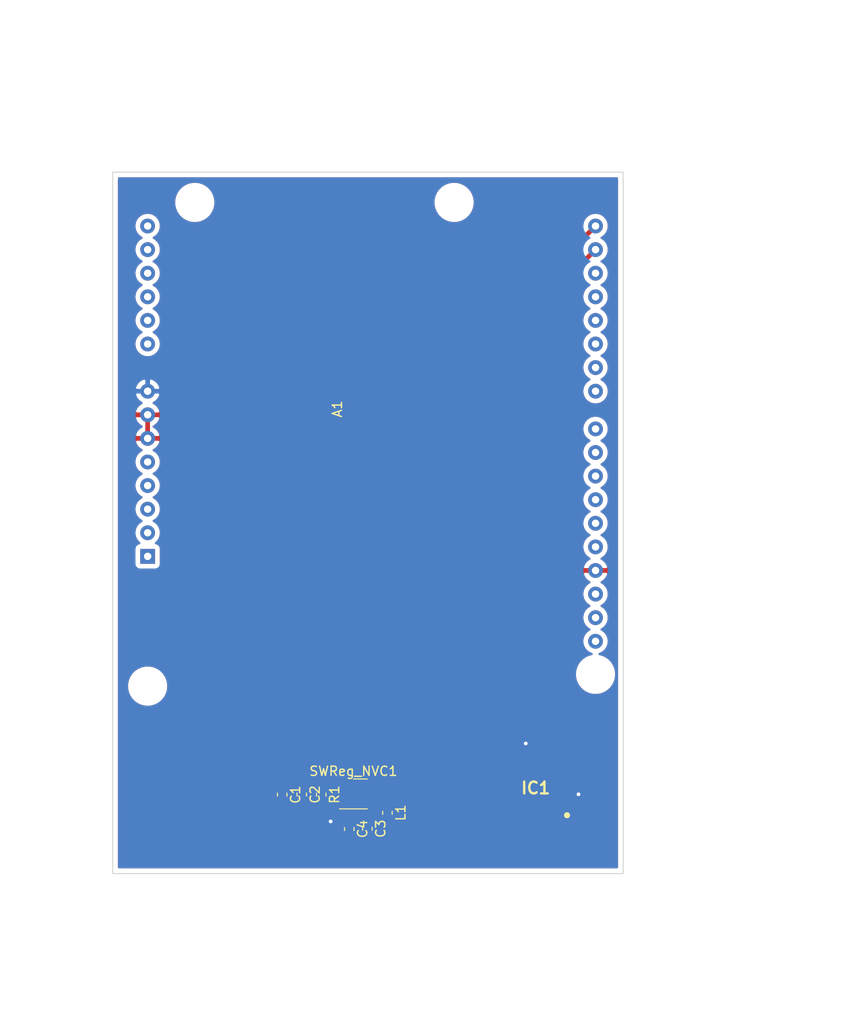
<source format=kicad_pcb>
(kicad_pcb (version 20171130) (host pcbnew "(5.1.4)-1")

  (general
    (thickness 1.6)
    (drawings 4)
    (tracks 37)
    (zones 0)
    (modules 9)
    (nets 8)
  )

  (page A4)
  (layers
    (0 F.Cu signal)
    (31 B.Cu signal)
    (32 B.Adhes user)
    (33 F.Adhes user)
    (34 B.Paste user)
    (35 F.Paste user)
    (36 B.SilkS user)
    (37 F.SilkS user)
    (38 B.Mask user)
    (39 F.Mask user)
    (40 Dwgs.User user)
    (41 Cmts.User user)
    (42 Eco1.User user)
    (43 Eco2.User user)
    (44 Edge.Cuts user)
    (45 Margin user)
    (46 B.CrtYd user)
    (47 F.CrtYd user)
    (48 B.Fab user)
    (49 F.Fab user)
  )

  (setup
    (last_trace_width 0.25)
    (user_trace_width 0.5)
    (trace_clearance 0.2)
    (zone_clearance 0.508)
    (zone_45_only no)
    (trace_min 0.2)
    (via_size 0.8)
    (via_drill 0.4)
    (via_min_size 0.4)
    (via_min_drill 0.3)
    (user_via 2 1)
    (uvia_size 0.3)
    (uvia_drill 0.1)
    (uvias_allowed no)
    (uvia_min_size 0.2)
    (uvia_min_drill 0.1)
    (edge_width 0.05)
    (segment_width 0.2)
    (pcb_text_width 0.3)
    (pcb_text_size 1.5 1.5)
    (mod_edge_width 0.12)
    (mod_text_size 1 1)
    (mod_text_width 0.15)
    (pad_size 1.524 1.524)
    (pad_drill 0.762)
    (pad_to_mask_clearance 0.051)
    (solder_mask_min_width 0.25)
    (aux_axis_origin 0 0)
    (visible_elements 7FFFF7FF)
    (pcbplotparams
      (layerselection 0x010fc_ffffffff)
      (usegerberextensions false)
      (usegerberattributes false)
      (usegerberadvancedattributes false)
      (creategerberjobfile false)
      (excludeedgelayer true)
      (linewidth 0.100000)
      (plotframeref false)
      (viasonmask false)
      (mode 1)
      (useauxorigin false)
      (hpglpennumber 1)
      (hpglpenspeed 20)
      (hpglpendiameter 15.000000)
      (psnegative false)
      (psa4output false)
      (plotreference true)
      (plotvalue true)
      (plotinvisibletext false)
      (padsonsilk false)
      (subtractmaskfromsilk false)
      (outputformat 1)
      (mirror false)
      (drillshape 1)
      (scaleselection 1)
      (outputdirectory ""))
  )

  (net 0 "")
  (net 1 Ground)
  (net 2 12V_IN)
  (net 3 "Net-(L1-Pad1)")
  (net 4 "Net-(R1-Pad2)")
  (net 5 TX_4G)
  (net 6 RX_4G)
  (net 7 Vinn_5V)

  (net_class Default "This is the default net class."
    (clearance 0.2)
    (trace_width 0.25)
    (via_dia 0.8)
    (via_drill 0.4)
    (uvia_dia 0.3)
    (uvia_drill 0.1)
    (add_net 12V_IN)
    (add_net Ground)
    (add_net "Net-(L1-Pad1)")
    (add_net "Net-(R1-Pad2)")
    (add_net RX_4G)
    (add_net TX_4G)
    (add_net Vinn_5V)
  )

  (module MCP25625_Breakoutboard:QFN65P600X600X100-29N-D (layer F.Cu) (tedit 0) (tstamp 5E40C386)
    (at 190.57366 137.80008 180)
    (descr "28-Lead (ML) - 6x6 mm Body [QFN] with 0.55 mm Contact Length")
    (tags "Integrated Circuit")
    (path /5E4084EF)
    (attr smd)
    (fp_text reference IC1 (at 0 0) (layer F.SilkS)
      (effects (font (size 1.27 1.27) (thickness 0.254)))
    )
    (fp_text value MCP25625T-E_ML (at 0 0) (layer F.SilkS) hide
      (effects (font (size 1.27 1.27) (thickness 0.254)))
    )
    (fp_text user %R (at 0 0) (layer F.Fab)
      (effects (font (size 1.27 1.27) (thickness 0.254)))
    )
    (fp_line (start -3.625 -3.625) (end 3.625 -3.625) (layer F.CrtYd) (width 0.05))
    (fp_line (start 3.625 -3.625) (end 3.625 3.625) (layer F.CrtYd) (width 0.05))
    (fp_line (start 3.625 3.625) (end -3.625 3.625) (layer F.CrtYd) (width 0.05))
    (fp_line (start -3.625 3.625) (end -3.625 -3.625) (layer F.CrtYd) (width 0.05))
    (fp_line (start -3 -3) (end 3 -3) (layer F.Fab) (width 0.1))
    (fp_line (start 3 -3) (end 3 3) (layer F.Fab) (width 0.1))
    (fp_line (start 3 3) (end -3 3) (layer F.Fab) (width 0.1))
    (fp_line (start -3 3) (end -3 -3) (layer F.Fab) (width 0.1))
    (fp_line (start -3 -2.35) (end -2.35 -3) (layer F.Fab) (width 0.1))
    (fp_circle (center -3.3745 -2.925) (end -3.3745 -2.7625) (layer F.SilkS) (width 0.325))
    (pad 1 smd rect (at -2.85 -1.95 270) (size 0.35 1.05) (layers F.Cu F.Paste F.Mask))
    (pad 2 smd rect (at -2.85 -1.3 270) (size 0.35 1.05) (layers F.Cu F.Paste F.Mask))
    (pad 3 smd rect (at -2.85 -0.65 270) (size 0.35 1.05) (layers F.Cu F.Paste F.Mask)
      (net 7 Vinn_5V))
    (pad 4 smd rect (at -2.85 0 270) (size 0.35 1.05) (layers F.Cu F.Paste F.Mask))
    (pad 5 smd rect (at -2.85 0.65 270) (size 0.35 1.05) (layers F.Cu F.Paste F.Mask))
    (pad 6 smd rect (at -2.85 1.3 270) (size 0.35 1.05) (layers F.Cu F.Paste F.Mask))
    (pad 7 smd rect (at -2.85 1.95 270) (size 0.35 1.05) (layers F.Cu F.Paste F.Mask))
    (pad 8 smd rect (at -1.95 2.85 180) (size 0.35 1.05) (layers F.Cu F.Paste F.Mask))
    (pad 9 smd rect (at -1.3 2.85 180) (size 0.35 1.05) (layers F.Cu F.Paste F.Mask))
    (pad 10 smd rect (at -0.65 2.85 180) (size 0.35 1.05) (layers F.Cu F.Paste F.Mask)
      (net 5 TX_4G))
    (pad 11 smd rect (at 0 2.85 180) (size 0.35 1.05) (layers F.Cu F.Paste F.Mask)
      (net 7 Vinn_5V))
    (pad 12 smd rect (at 0.65 2.85 180) (size 0.35 1.05) (layers F.Cu F.Paste F.Mask))
    (pad 13 smd rect (at 1.3 2.85 180) (size 0.35 1.05) (layers F.Cu F.Paste F.Mask))
    (pad 14 smd rect (at 1.95 2.85 180) (size 0.35 1.05) (layers F.Cu F.Paste F.Mask))
    (pad 15 smd rect (at 2.85 1.95 270) (size 0.35 1.05) (layers F.Cu F.Paste F.Mask))
    (pad 16 smd rect (at 2.85 1.3 270) (size 0.35 1.05) (layers F.Cu F.Paste F.Mask)
      (net 6 RX_4G))
    (pad 17 smd rect (at 2.85 0.65 270) (size 0.35 1.05) (layers F.Cu F.Paste F.Mask))
    (pad 18 smd rect (at 2.85 0 270) (size 0.35 1.05) (layers F.Cu F.Paste F.Mask))
    (pad 19 smd rect (at 2.85 -0.65 270) (size 0.35 1.05) (layers F.Cu F.Paste F.Mask))
    (pad 20 smd rect (at 2.85 -1.3 270) (size 0.35 1.05) (layers F.Cu F.Paste F.Mask))
    (pad 21 smd rect (at 2.85 -1.95 270) (size 0.35 1.05) (layers F.Cu F.Paste F.Mask))
    (pad 22 smd rect (at 1.95 -2.85 180) (size 0.35 1.05) (layers F.Cu F.Paste F.Mask)
      (net 1 Ground))
    (pad 23 smd rect (at 1.3 -2.85 180) (size 0.35 1.05) (layers F.Cu F.Paste F.Mask))
    (pad 24 smd rect (at 0.65 -2.85 180) (size 0.35 1.05) (layers F.Cu F.Paste F.Mask))
    (pad 25 smd rect (at 0 -2.85 180) (size 0.35 1.05) (layers F.Cu F.Paste F.Mask))
    (pad 26 smd rect (at -0.65 -2.85 180) (size 0.35 1.05) (layers F.Cu F.Paste F.Mask))
    (pad 27 smd rect (at -1.3 -2.85 180) (size 0.35 1.05) (layers F.Cu F.Paste F.Mask))
    (pad 28 smd rect (at -1.95 -2.85 180) (size 0.35 1.05) (layers F.Cu F.Paste F.Mask))
    (pad 29 smd rect (at 0 0 180) (size 4.2 4.2) (layers F.Cu F.Paste F.Mask)
      (net 1 Ground))
    (model MCP25625T-E_ML.stp
      (at (xyz 0 0 0))
      (scale (xyz 1 1 1))
      (rotate (xyz 0 0 0))
    )
  )

  (module Package_DFN_QFN:DFN-8-1EP_3x3mm_P0.65mm_EP1.7x2.05mm (layer F.Cu) (tedit 5B811527) (tstamp 5E40C13A)
    (at 170.92848 138.432)
    (descr "DFN, 8 Pin (http://www.ixysic.com/home/pdfs.nsf/www/IX4426-27-28.pdf/$file/IX4426-27-28.pdf), generated with kicad-footprint-generator ipc_dfn_qfn_generator.py")
    (tags "DFN DFN_QFN")
    (path /5DFC1FB6)
    (attr smd)
    (fp_text reference SWReg_NVC1 (at 0 -2.45) (layer F.SilkS)
      (effects (font (size 1 1) (thickness 0.15)))
    )
    (fp_text value NCV890430MW50TXG (at 0.6663 7.2878) (layer F.Fab)
      (effects (font (size 1 1) (thickness 0.15)))
    )
    (fp_text user %R (at 0 0) (layer F.Fab)
      (effects (font (size 0.75 0.75) (thickness 0.11)))
    )
    (fp_line (start 2.1 -1.75) (end -2.1 -1.75) (layer F.CrtYd) (width 0.05))
    (fp_line (start 2.1 1.75) (end 2.1 -1.75) (layer F.CrtYd) (width 0.05))
    (fp_line (start -2.1 1.75) (end 2.1 1.75) (layer F.CrtYd) (width 0.05))
    (fp_line (start -2.1 -1.75) (end -2.1 1.75) (layer F.CrtYd) (width 0.05))
    (fp_line (start -1.5 -0.75) (end -0.75 -1.5) (layer F.Fab) (width 0.1))
    (fp_line (start -1.5 1.5) (end -1.5 -0.75) (layer F.Fab) (width 0.1))
    (fp_line (start 1.5 1.5) (end -1.5 1.5) (layer F.Fab) (width 0.1))
    (fp_line (start 1.5 -1.5) (end 1.5 1.5) (layer F.Fab) (width 0.1))
    (fp_line (start -0.75 -1.5) (end 1.5 -1.5) (layer F.Fab) (width 0.1))
    (fp_line (start -1.5 1.61) (end 1.5 1.61) (layer F.SilkS) (width 0.12))
    (fp_line (start 0 -1.61) (end 1.5 -1.61) (layer F.SilkS) (width 0.12))
    (pad 8 smd roundrect (at 1.45 -0.975) (size 0.8 0.3) (layers F.Cu F.Paste F.Mask) (roundrect_rratio 0.25)
      (net 3 "Net-(L1-Pad1)"))
    (pad 7 smd roundrect (at 1.45 -0.325) (size 0.8 0.3) (layers F.Cu F.Paste F.Mask) (roundrect_rratio 0.25)
      (net 1 Ground))
    (pad 6 smd roundrect (at 1.45 0.325) (size 0.8 0.3) (layers F.Cu F.Paste F.Mask) (roundrect_rratio 0.25))
    (pad 5 smd roundrect (at 1.45 0.975) (size 0.8 0.3) (layers F.Cu F.Paste F.Mask) (roundrect_rratio 0.25)
      (net 7 Vinn_5V))
    (pad 4 smd roundrect (at -1.45 0.975) (size 0.8 0.3) (layers F.Cu F.Paste F.Mask) (roundrect_rratio 0.25)
      (net 4 "Net-(R1-Pad2)"))
    (pad 3 smd roundrect (at -1.45 0.325) (size 0.8 0.3) (layers F.Cu F.Paste F.Mask) (roundrect_rratio 0.25)
      (net 1 Ground))
    (pad 2 smd roundrect (at -1.45 -0.325) (size 0.8 0.3) (layers F.Cu F.Paste F.Mask) (roundrect_rratio 0.25))
    (pad 1 smd roundrect (at -1.45 -0.975) (size 0.8 0.3) (layers F.Cu F.Paste F.Mask) (roundrect_rratio 0.25)
      (net 2 12V_IN))
    (pad "" smd roundrect (at 0.425 0.51) (size 0.69 0.83) (layers F.Paste) (roundrect_rratio 0.25))
    (pad "" smd roundrect (at 0.425 -0.51) (size 0.69 0.83) (layers F.Paste) (roundrect_rratio 0.25))
    (pad "" smd roundrect (at -0.425 0.51) (size 0.69 0.83) (layers F.Paste) (roundrect_rratio 0.25))
    (pad "" smd roundrect (at -0.425 -0.51) (size 0.69 0.83) (layers F.Paste) (roundrect_rratio 0.25))
    (pad 9 smd roundrect (at 0 0) (size 1.7 2.05) (layers F.Cu F.Mask) (roundrect_rratio 0.147059)
      (net 1 Ground))
    (model ${KISYS3DMOD}/Package_DFN_QFN.3dshapes/DFN-8-1EP_3x3mm_P0.65mm_EP1.7x2.05mm.wrl
      (at (xyz 0 0 0))
      (scale (xyz 1 1 1))
      (rotate (xyz 0 0 0))
    )
  )

  (module Resistor_SMD:R_0603_1608Metric (layer F.Cu) (tedit 5B301BBD) (tstamp 5E40C11D)
    (at 167.46474 138.50864 270)
    (descr "Resistor SMD 0603 (1608 Metric), square (rectangular) end terminal, IPC_7351 nominal, (Body size source: http://www.tortai-tech.com/upload/download/2011102023233369053.pdf), generated with kicad-footprint-generator")
    (tags resistor)
    (path /5DFC1FFA)
    (attr smd)
    (fp_text reference R1 (at 0 -1.43 90) (layer F.SilkS)
      (effects (font (size 1 1) (thickness 0.15)))
    )
    (fp_text value 10k (at 0 1.43 90) (layer F.Fab)
      (effects (font (size 1 1) (thickness 0.15)))
    )
    (fp_text user %R (at 0 0 90) (layer F.Fab)
      (effects (font (size 0.4 0.4) (thickness 0.06)))
    )
    (fp_line (start 1.48 0.73) (end -1.48 0.73) (layer F.CrtYd) (width 0.05))
    (fp_line (start 1.48 -0.73) (end 1.48 0.73) (layer F.CrtYd) (width 0.05))
    (fp_line (start -1.48 -0.73) (end 1.48 -0.73) (layer F.CrtYd) (width 0.05))
    (fp_line (start -1.48 0.73) (end -1.48 -0.73) (layer F.CrtYd) (width 0.05))
    (fp_line (start -0.162779 0.51) (end 0.162779 0.51) (layer F.SilkS) (width 0.12))
    (fp_line (start -0.162779 -0.51) (end 0.162779 -0.51) (layer F.SilkS) (width 0.12))
    (fp_line (start 0.8 0.4) (end -0.8 0.4) (layer F.Fab) (width 0.1))
    (fp_line (start 0.8 -0.4) (end 0.8 0.4) (layer F.Fab) (width 0.1))
    (fp_line (start -0.8 -0.4) (end 0.8 -0.4) (layer F.Fab) (width 0.1))
    (fp_line (start -0.8 0.4) (end -0.8 -0.4) (layer F.Fab) (width 0.1))
    (pad 2 smd roundrect (at 0.7875 0 270) (size 0.875 0.95) (layers F.Cu F.Paste F.Mask) (roundrect_rratio 0.25)
      (net 4 "Net-(R1-Pad2)"))
    (pad 1 smd roundrect (at -0.7875 0 270) (size 0.875 0.95) (layers F.Cu F.Paste F.Mask) (roundrect_rratio 0.25)
      (net 2 12V_IN))
    (model ${KISYS3DMOD}/Resistor_SMD.3dshapes/R_0603_1608Metric.wrl
      (at (xyz 0 0 0))
      (scale (xyz 1 1 1))
      (rotate (xyz 0 0 0))
    )
  )

  (module Inductor_SMD:L_0603_1608Metric (layer F.Cu) (tedit 5B301BBE) (tstamp 5E40C10C)
    (at 174.5996 140.46444 270)
    (descr "Inductor SMD 0603 (1608 Metric), square (rectangular) end terminal, IPC_7351 nominal, (Body size source: http://www.tortai-tech.com/upload/download/2011102023233369053.pdf), generated with kicad-footprint-generator")
    (tags inductor)
    (path /5DFC1FD4)
    (attr smd)
    (fp_text reference L1 (at 0 -1.43 90) (layer F.SilkS)
      (effects (font (size 1 1) (thickness 0.15)))
    )
    (fp_text value 2.2u (at 0 1.43 90) (layer F.Fab)
      (effects (font (size 1 1) (thickness 0.15)))
    )
    (fp_text user %R (at 0 0 90) (layer F.Fab)
      (effects (font (size 0.4 0.4) (thickness 0.06)))
    )
    (fp_line (start 1.48 0.73) (end -1.48 0.73) (layer F.CrtYd) (width 0.05))
    (fp_line (start 1.48 -0.73) (end 1.48 0.73) (layer F.CrtYd) (width 0.05))
    (fp_line (start -1.48 -0.73) (end 1.48 -0.73) (layer F.CrtYd) (width 0.05))
    (fp_line (start -1.48 0.73) (end -1.48 -0.73) (layer F.CrtYd) (width 0.05))
    (fp_line (start -0.162779 0.51) (end 0.162779 0.51) (layer F.SilkS) (width 0.12))
    (fp_line (start -0.162779 -0.51) (end 0.162779 -0.51) (layer F.SilkS) (width 0.12))
    (fp_line (start 0.8 0.4) (end -0.8 0.4) (layer F.Fab) (width 0.1))
    (fp_line (start 0.8 -0.4) (end 0.8 0.4) (layer F.Fab) (width 0.1))
    (fp_line (start -0.8 -0.4) (end 0.8 -0.4) (layer F.Fab) (width 0.1))
    (fp_line (start -0.8 0.4) (end -0.8 -0.4) (layer F.Fab) (width 0.1))
    (pad 2 smd roundrect (at 0.7875 0 270) (size 0.875 0.95) (layers F.Cu F.Paste F.Mask) (roundrect_rratio 0.25)
      (net 7 Vinn_5V))
    (pad 1 smd roundrect (at -0.7875 0 270) (size 0.875 0.95) (layers F.Cu F.Paste F.Mask) (roundrect_rratio 0.25)
      (net 3 "Net-(L1-Pad1)"))
    (model ${KISYS3DMOD}/Inductor_SMD.3dshapes/L_0603_1608Metric.wrl
      (at (xyz 0 0 0))
      (scale (xyz 1 1 1))
      (rotate (xyz 0 0 0))
    )
  )

  (module Capacitor_SMD:C_0603_1608Metric (layer F.Cu) (tedit 5B301BBE) (tstamp 5E40C0FB)
    (at 170.4848 142.20688 270)
    (descr "Capacitor SMD 0603 (1608 Metric), square (rectangular) end terminal, IPC_7351 nominal, (Body size source: http://www.tortai-tech.com/upload/download/2011102023233369053.pdf), generated with kicad-footprint-generator")
    (tags capacitor)
    (path /5DFC1FCE)
    (attr smd)
    (fp_text reference C4 (at 0 -1.43 90) (layer F.SilkS)
      (effects (font (size 1 1) (thickness 0.15)))
    )
    (fp_text value 10u (at 0 1.43 90) (layer F.Fab)
      (effects (font (size 1 1) (thickness 0.15)))
    )
    (fp_text user %R (at 0 0 90) (layer F.Fab)
      (effects (font (size 0.4 0.4) (thickness 0.06)))
    )
    (fp_line (start 1.48 0.73) (end -1.48 0.73) (layer F.CrtYd) (width 0.05))
    (fp_line (start 1.48 -0.73) (end 1.48 0.73) (layer F.CrtYd) (width 0.05))
    (fp_line (start -1.48 -0.73) (end 1.48 -0.73) (layer F.CrtYd) (width 0.05))
    (fp_line (start -1.48 0.73) (end -1.48 -0.73) (layer F.CrtYd) (width 0.05))
    (fp_line (start -0.162779 0.51) (end 0.162779 0.51) (layer F.SilkS) (width 0.12))
    (fp_line (start -0.162779 -0.51) (end 0.162779 -0.51) (layer F.SilkS) (width 0.12))
    (fp_line (start 0.8 0.4) (end -0.8 0.4) (layer F.Fab) (width 0.1))
    (fp_line (start 0.8 -0.4) (end 0.8 0.4) (layer F.Fab) (width 0.1))
    (fp_line (start -0.8 -0.4) (end 0.8 -0.4) (layer F.Fab) (width 0.1))
    (fp_line (start -0.8 0.4) (end -0.8 -0.4) (layer F.Fab) (width 0.1))
    (pad 2 smd roundrect (at 0.7875 0 270) (size 0.875 0.95) (layers F.Cu F.Paste F.Mask) (roundrect_rratio 0.25)
      (net 1 Ground))
    (pad 1 smd roundrect (at -0.7875 0 270) (size 0.875 0.95) (layers F.Cu F.Paste F.Mask) (roundrect_rratio 0.25)
      (net 7 Vinn_5V))
    (model ${KISYS3DMOD}/Capacitor_SMD.3dshapes/C_0603_1608Metric.wrl
      (at (xyz 0 0 0))
      (scale (xyz 1 1 1))
      (rotate (xyz 0 0 0))
    )
  )

  (module Capacitor_SMD:C_0603_1608Metric (layer F.Cu) (tedit 5B301BBE) (tstamp 5E40C0EA)
    (at 172.43552 142.17914 270)
    (descr "Capacitor SMD 0603 (1608 Metric), square (rectangular) end terminal, IPC_7351 nominal, (Body size source: http://www.tortai-tech.com/upload/download/2011102023233369053.pdf), generated with kicad-footprint-generator")
    (tags capacitor)
    (path /5DFC1FC8)
    (attr smd)
    (fp_text reference C3 (at 0 -1.43 90) (layer F.SilkS)
      (effects (font (size 1 1) (thickness 0.15)))
    )
    (fp_text value 0.1u (at 0 1.43 90) (layer F.Fab)
      (effects (font (size 0.7 0.7) (thickness 0.1)))
    )
    (fp_text user %R (at 0 0 90) (layer F.Fab)
      (effects (font (size 0.4 0.4) (thickness 0.06)))
    )
    (fp_line (start 1.48 0.73) (end -1.48 0.73) (layer F.CrtYd) (width 0.05))
    (fp_line (start 1.48 -0.73) (end 1.48 0.73) (layer F.CrtYd) (width 0.05))
    (fp_line (start -1.48 -0.73) (end 1.48 -0.73) (layer F.CrtYd) (width 0.05))
    (fp_line (start -1.48 0.73) (end -1.48 -0.73) (layer F.CrtYd) (width 0.05))
    (fp_line (start -0.162779 0.51) (end 0.162779 0.51) (layer F.SilkS) (width 0.12))
    (fp_line (start -0.162779 -0.51) (end 0.162779 -0.51) (layer F.SilkS) (width 0.12))
    (fp_line (start 0.8 0.4) (end -0.8 0.4) (layer F.Fab) (width 0.1))
    (fp_line (start 0.8 -0.4) (end 0.8 0.4) (layer F.Fab) (width 0.1))
    (fp_line (start -0.8 -0.4) (end 0.8 -0.4) (layer F.Fab) (width 0.1))
    (fp_line (start -0.8 0.4) (end -0.8 -0.4) (layer F.Fab) (width 0.1))
    (pad 2 smd roundrect (at 0.7875 0 270) (size 0.875 0.95) (layers F.Cu F.Paste F.Mask) (roundrect_rratio 0.25)
      (net 1 Ground))
    (pad 1 smd roundrect (at -0.7875 0 270) (size 0.875 0.95) (layers F.Cu F.Paste F.Mask) (roundrect_rratio 0.25)
      (net 7 Vinn_5V))
    (model ${KISYS3DMOD}/Capacitor_SMD.3dshapes/C_0603_1608Metric.wrl
      (at (xyz 0 0 0))
      (scale (xyz 1 1 1))
      (rotate (xyz 0 0 0))
    )
  )

  (module Capacitor_SMD:C_0603_1608Metric (layer F.Cu) (tedit 5B301BBE) (tstamp 5E40C0D9)
    (at 165.36416 138.49614 270)
    (descr "Capacitor SMD 0603 (1608 Metric), square (rectangular) end terminal, IPC_7351 nominal, (Body size source: http://www.tortai-tech.com/upload/download/2011102023233369053.pdf), generated with kicad-footprint-generator")
    (tags capacitor)
    (path /5DFC1FBC)
    (attr smd)
    (fp_text reference C2 (at 0 -1.43 90) (layer F.SilkS)
      (effects (font (size 1 1) (thickness 0.15)))
    )
    (fp_text value 0.1u (at 0 1.43 90) (layer F.Fab)
      (effects (font (size 1 1) (thickness 0.15)))
    )
    (fp_text user %R (at 0 0 90) (layer F.Fab)
      (effects (font (size 0.4 0.4) (thickness 0.06)))
    )
    (fp_line (start 1.48 0.73) (end -1.48 0.73) (layer F.CrtYd) (width 0.05))
    (fp_line (start 1.48 -0.73) (end 1.48 0.73) (layer F.CrtYd) (width 0.05))
    (fp_line (start -1.48 -0.73) (end 1.48 -0.73) (layer F.CrtYd) (width 0.05))
    (fp_line (start -1.48 0.73) (end -1.48 -0.73) (layer F.CrtYd) (width 0.05))
    (fp_line (start -0.162779 0.51) (end 0.162779 0.51) (layer F.SilkS) (width 0.12))
    (fp_line (start -0.162779 -0.51) (end 0.162779 -0.51) (layer F.SilkS) (width 0.12))
    (fp_line (start 0.8 0.4) (end -0.8 0.4) (layer F.Fab) (width 0.1))
    (fp_line (start 0.8 -0.4) (end 0.8 0.4) (layer F.Fab) (width 0.1))
    (fp_line (start -0.8 -0.4) (end 0.8 -0.4) (layer F.Fab) (width 0.1))
    (fp_line (start -0.8 0.4) (end -0.8 -0.4) (layer F.Fab) (width 0.1))
    (pad 2 smd roundrect (at 0.7875 0 270) (size 0.875 0.95) (layers F.Cu F.Paste F.Mask) (roundrect_rratio 0.25)
      (net 1 Ground))
    (pad 1 smd roundrect (at -0.7875 0 270) (size 0.875 0.95) (layers F.Cu F.Paste F.Mask) (roundrect_rratio 0.25)
      (net 2 12V_IN))
    (model ${KISYS3DMOD}/Capacitor_SMD.3dshapes/C_0603_1608Metric.wrl
      (at (xyz 0 0 0))
      (scale (xyz 1 1 1))
      (rotate (xyz 0 0 0))
    )
  )

  (module Capacitor_SMD:C_0603_1608Metric (layer F.Cu) (tedit 5B301BBE) (tstamp 5E40C0C8)
    (at 163.2585 138.51138 270)
    (descr "Capacitor SMD 0603 (1608 Metric), square (rectangular) end terminal, IPC_7351 nominal, (Body size source: http://www.tortai-tech.com/upload/download/2011102023233369053.pdf), generated with kicad-footprint-generator")
    (tags capacitor)
    (path /5DFC1FC2)
    (attr smd)
    (fp_text reference C1 (at 0 -1.43 90) (layer F.SilkS)
      (effects (font (size 1 1) (thickness 0.15)))
    )
    (fp_text value 10u (at 0 1.43 90) (layer F.Fab)
      (effects (font (size 1 1) (thickness 0.15)))
    )
    (fp_text user %R (at 0 0 90) (layer F.Fab)
      (effects (font (size 0.4 0.4) (thickness 0.06)))
    )
    (fp_line (start 1.48 0.73) (end -1.48 0.73) (layer F.CrtYd) (width 0.05))
    (fp_line (start 1.48 -0.73) (end 1.48 0.73) (layer F.CrtYd) (width 0.05))
    (fp_line (start -1.48 -0.73) (end 1.48 -0.73) (layer F.CrtYd) (width 0.05))
    (fp_line (start -1.48 0.73) (end -1.48 -0.73) (layer F.CrtYd) (width 0.05))
    (fp_line (start -0.162779 0.51) (end 0.162779 0.51) (layer F.SilkS) (width 0.12))
    (fp_line (start -0.162779 -0.51) (end 0.162779 -0.51) (layer F.SilkS) (width 0.12))
    (fp_line (start 0.8 0.4) (end -0.8 0.4) (layer F.Fab) (width 0.1))
    (fp_line (start 0.8 -0.4) (end 0.8 0.4) (layer F.Fab) (width 0.1))
    (fp_line (start -0.8 -0.4) (end 0.8 -0.4) (layer F.Fab) (width 0.1))
    (fp_line (start -0.8 0.4) (end -0.8 -0.4) (layer F.Fab) (width 0.1))
    (pad 2 smd roundrect (at 0.7875 0 270) (size 0.875 0.95) (layers F.Cu F.Paste F.Mask) (roundrect_rratio 0.25)
      (net 1 Ground))
    (pad 1 smd roundrect (at -0.7875 0 270) (size 0.875 0.95) (layers F.Cu F.Paste F.Mask) (roundrect_rratio 0.25)
      (net 2 12V_IN))
    (model ${KISYS3DMOD}/Capacitor_SMD.3dshapes/C_0603_1608Metric.wrl
      (at (xyz 0 0 0))
      (scale (xyz 1 1 1))
      (rotate (xyz 0 0 0))
    )
  )

  (module MCP25625_Breakoutboard:Arduino_UNO_R3_WithMountingHoles_telemetry (layer F.Cu) (tedit 5E230B95) (tstamp 5E40D166)
    (at 148.76018 112.85982 90)
    (descr "Arduino UNO R3, http://www.mouser.com/pdfdocs/Gravitech_Arduino_Nano3_0.pdf")
    (tags "Arduino UNO R3")
    (path /5E22F864)
    (fp_text reference A1 (at 15.8623 20.42922 270) (layer F.SilkS)
      (effects (font (size 1 1) (thickness 0.15)))
    )
    (fp_text value Arduino_UNO_R3 (at 7.76986 22.93874 180) (layer F.Fab)
      (effects (font (size 1 1) (thickness 0.15)))
    )
    (fp_text user %R (at 4.69392 21.23948) (layer F.Fab)
      (effects (font (size 1 1) (thickness 0.15)))
    )
    (pad "" np_thru_hole circle (at 38.1 5.08 180) (size 3.2 3.2) (drill 3.2) (layers *.Cu *.Mask))
    (pad "" np_thru_hole circle (at 38.1 33.02 180) (size 3.2 3.2) (drill 3.2) (layers *.Cu *.Mask))
    (pad "" np_thru_hole circle (at -12.7 48.26 180) (size 3.2 3.2) (drill 3.2) (layers *.Cu *.Mask))
    (pad "" np_thru_hole circle (at -13.97 0 180) (size 3.2 3.2) (drill 3.2) (layers *.Cu *.Mask))
    (pad 16 thru_hole oval (at 33.02 48.26 180) (size 1.6 1.6) (drill 0.8) (layers *.Cu *.Mask)
      (net 5 TX_4G))
    (pad 15 thru_hole oval (at 35.56 48.26 180) (size 1.6 1.6) (drill 0.8) (layers *.Cu *.Mask)
      (net 6 RX_4G))
    (pad 30 thru_hole oval (at -4.06 48.26 180) (size 1.6 1.6) (drill 0.8) (layers *.Cu *.Mask))
    (pad 14 thru_hole oval (at 35.56 0 180) (size 1.6 1.6) (drill 0.8) (layers *.Cu *.Mask))
    (pad 29 thru_hole oval (at -1.52 48.26 180) (size 1.6 1.6) (drill 0.8) (layers *.Cu *.Mask)
      (net 1 Ground))
    (pad 13 thru_hole oval (at 33.02 0 180) (size 1.6 1.6) (drill 0.8) (layers *.Cu *.Mask))
    (pad 28 thru_hole oval (at 1.02 48.26 180) (size 1.6 1.6) (drill 0.8) (layers *.Cu *.Mask))
    (pad 12 thru_hole oval (at 30.48 0 180) (size 1.6 1.6) (drill 0.8) (layers *.Cu *.Mask))
    (pad 27 thru_hole oval (at 3.56 48.26 180) (size 1.6 1.6) (drill 0.8) (layers *.Cu *.Mask))
    (pad 11 thru_hole oval (at 27.94 0 180) (size 1.6 1.6) (drill 0.8) (layers *.Cu *.Mask))
    (pad 26 thru_hole oval (at 6.1 48.26 180) (size 1.6 1.6) (drill 0.8) (layers *.Cu *.Mask))
    (pad 10 thru_hole oval (at 25.4 0 180) (size 1.6 1.6) (drill 0.8) (layers *.Cu *.Mask))
    (pad 25 thru_hole oval (at 8.64 48.26 180) (size 1.6 1.6) (drill 0.8) (layers *.Cu *.Mask))
    (pad 9 thru_hole oval (at 22.86 0 180) (size 1.6 1.6) (drill 0.8) (layers *.Cu *.Mask))
    (pad 24 thru_hole oval (at 11.18 48.26 180) (size 1.6 1.6) (drill 0.8) (layers *.Cu *.Mask))
    (pad 8 thru_hole oval (at 17.78 0 180) (size 1.6 1.6) (drill 0.8) (layers *.Cu *.Mask)
      (net 7 Vinn_5V))
    (pad 23 thru_hole oval (at 13.72 48.26 180) (size 1.6 1.6) (drill 0.8) (layers *.Cu *.Mask))
    (pad 7 thru_hole oval (at 15.24 0 180) (size 1.6 1.6) (drill 0.8) (layers *.Cu *.Mask)
      (net 1 Ground))
    (pad 22 thru_hole oval (at 17.78 48.26 180) (size 1.6 1.6) (drill 0.8) (layers *.Cu *.Mask))
    (pad 6 thru_hole oval (at 12.7 0 180) (size 1.6 1.6) (drill 0.8) (layers *.Cu *.Mask)
      (net 1 Ground))
    (pad 21 thru_hole oval (at 20.32 48.26 180) (size 1.6 1.6) (drill 0.8) (layers *.Cu *.Mask))
    (pad 5 thru_hole oval (at 10.16 0 180) (size 1.6 1.6) (drill 0.8) (layers *.Cu *.Mask))
    (pad 20 thru_hole oval (at 22.86 48.26 180) (size 1.6 1.6) (drill 0.8) (layers *.Cu *.Mask))
    (pad 4 thru_hole oval (at 7.62 0 180) (size 1.6 1.6) (drill 0.8) (layers *.Cu *.Mask))
    (pad 19 thru_hole oval (at 25.4 48.26 180) (size 1.6 1.6) (drill 0.8) (layers *.Cu *.Mask))
    (pad 3 thru_hole oval (at 5.08 0 180) (size 1.6 1.6) (drill 0.8) (layers *.Cu *.Mask))
    (pad 18 thru_hole oval (at 27.94 48.26 180) (size 1.6 1.6) (drill 0.8) (layers *.Cu *.Mask))
    (pad 2 thru_hole oval (at 2.54 0 180) (size 1.6 1.6) (drill 0.8) (layers *.Cu *.Mask))
    (pad 17 thru_hole oval (at 30.48 48.26 180) (size 1.6 1.6) (drill 0.8) (layers *.Cu *.Mask))
    (pad 1 thru_hole rect (at 0 0 180) (size 1.6 1.6) (drill 0.8) (layers *.Cu *.Mask))
    (pad 31 thru_hole oval (at -6.6 48.26 180) (size 1.6 1.6) (drill 0.8) (layers *.Cu *.Mask))
    (pad 32 thru_hole oval (at -9.14 48.26 180) (size 1.6 1.6) (drill 0.8) (layers *.Cu *.Mask))
    (model ${KISYS3DMOD}/Module.3dshapes/Arduino_UNO_R3_WithMountingHoles.wrl
      (at (xyz 0 0 0))
      (scale (xyz 1 1 1))
      (rotate (xyz 0 0 0))
    )
  )

  (gr_line (start 200 71.5) (end 145 71.5) (layer Edge.Cuts) (width 0.1))
  (gr_line (start 200 147) (end 200 71.5) (layer Edge.Cuts) (width 0.1))
  (gr_line (start 145 147) (end 200 147) (layer Edge.Cuts) (width 0.1))
  (gr_line (start 145 71.5) (end 145 147) (layer Edge.Cuts) (width 0.1))

  (segment (start 192.55922 135.86024) (end 190.60922 137.81024) (width 0.25) (layer F.Cu) (net 1))
  (segment (start 192.55922 134.96024) (end 192.55922 135.86024) (width 0.25) (layer F.Cu) (net 1))
  (segment (start 165.37666 137.72114) (end 165.36416 137.70864) (width 0.5) (layer F.Cu) (net 2))
  (segment (start 167.46474 137.72114) (end 165.37666 137.72114) (width 0.5) (layer F.Cu) (net 2))
  (segment (start 163.27374 137.70864) (end 163.2585 137.72388) (width 0.5) (layer F.Cu) (net 2))
  (segment (start 165.36416 137.70864) (end 163.27374 137.70864) (width 0.5) (layer F.Cu) (net 2))
  (segment (start 174.5869 139.66424) (end 174.5996 139.67694) (width 0.5) (layer F.Cu) (net 3))
  (via (at 195.1863 138.47318) (size 0.8) (drill 0.4) (layers F.Cu B.Cu) (net 7))
  (via (at 168.4782 141.39418) (size 0.8) (drill 0.4) (layers F.Cu B.Cu) (net 7))
  (segment (start 190.6524 140.70342) (end 190.60922 140.66024) (width 0.25) (layer F.Cu) (net 0))
  (segment (start 187.73406 137.1854) (end 187.75922 137.16024) (width 0.25) (layer F.Cu) (net 0))
  (segment (start 167.72888 137.457) (end 167.46474 137.72114) (width 0.25) (layer F.Cu) (net 2))
  (segment (start 169.47848 137.457) (end 167.72888 137.457) (width 0.25) (layer F.Cu) (net 2))
  (segment (start 174.5996 139.13944) (end 174.5996 139.67694) (width 0.25) (layer F.Cu) (net 3))
  (segment (start 172.91716 137.457) (end 174.5996 139.13944) (width 0.25) (layer F.Cu) (net 3))
  (segment (start 172.37848 137.457) (end 172.91716 137.457) (width 0.25) (layer F.Cu) (net 3))
  (segment (start 191.22366 85.63634) (end 197.02018 79.83982) (width 0.5) (layer F.Cu) (net 5))
  (segment (start 191.22366 134.95008) (end 191.22366 132.77634) (width 0.25) (layer F.Cu) (net 5))
  (segment (start 191.22366 132.77634) (end 191.22366 85.63634) (width 0.5) (layer F.Cu) (net 5))
  (segment (start 196.220181 78.099819) (end 197.02018 77.29982) (width 0.5) (layer F.Cu) (net 6))
  (segment (start 185.87212 88.44788) (end 196.220181 78.099819) (width 0.5) (layer F.Cu) (net 6))
  (segment (start 185.87212 135.67354) (end 185.87212 88.44788) (width 0.5) (layer F.Cu) (net 6))
  (segment (start 186.69866 136.50008) (end 185.87212 135.67354) (width 0.25) (layer F.Cu) (net 6))
  (segment (start 187.72366 136.50008) (end 186.69866 136.50008) (width 0.25) (layer F.Cu) (net 6))
  (segment (start 170.4596 141.39418) (end 170.4848 141.41938) (width 0.5) (layer F.Cu) (net 7))
  (segment (start 168.4782 141.39418) (end 170.4596 141.39418) (width 0.5) (layer F.Cu) (net 7))
  (segment (start 172.40778 141.41938) (end 172.43552 141.39164) (width 0.5) (layer F.Cu) (net 7))
  (segment (start 170.4848 141.41938) (end 172.40778 141.41938) (width 0.5) (layer F.Cu) (net 7))
  (segment (start 174.4599 141.39164) (end 174.5996 141.25194) (width 0.5) (layer F.Cu) (net 7))
  (segment (start 172.43552 141.39164) (end 174.4599 141.39164) (width 0.5) (layer F.Cu) (net 7))
  (via (at 189.5 133) (size 0.8) (drill 0.4) (layers F.Cu B.Cu) (net 7))
  (segment (start 190.57366 134.07366) (end 189.5 133) (width 0.25) (layer F.Cu) (net 7))
  (segment (start 190.57366 134.95008) (end 190.57366 134.07366) (width 0.25) (layer F.Cu) (net 7))
  (segment (start 195.1632 138.45008) (end 195.1863 138.47318) (width 0.25) (layer F.Cu) (net 7))
  (segment (start 193.42366 138.45008) (end 195.1632 138.45008) (width 0.25) (layer F.Cu) (net 7))
  (segment (start 172.37848 141.3346) (end 172.43552 141.39164) (width 0.25) (layer F.Cu) (net 7))
  (segment (start 172.37848 139.407) (end 172.37848 141.3346) (width 0.25) (layer F.Cu) (net 7))

  (zone (net 1) (net_name Ground) (layer F.Cu) (tstamp 0) (hatch edge 0.508)
    (connect_pads (clearance 0.508))
    (min_thickness 0.254)
    (fill yes (arc_segments 32) (thermal_gap 0.508) (thermal_bridge_width 0.508))
    (polygon
      (pts
        (xy 140.081 68.4149) (xy 140.081 153.24836) (xy 212.80374 154.6733) (xy 211.582 61.9887) (xy 140.18006 63.14948)
        (xy 140.06068 68.199)
      )
    )
    (filled_polygon
      (pts
        (xy 199.315 146.315) (xy 145.685 146.315) (xy 145.685 143.43188) (xy 169.371728 143.43188) (xy 169.383988 143.556362)
        (xy 169.420298 143.67606) (xy 169.479263 143.786374) (xy 169.558615 143.883065) (xy 169.655306 143.962417) (xy 169.76562 144.021382)
        (xy 169.885318 144.057692) (xy 170.0098 144.069952) (xy 170.19905 144.06688) (xy 170.3578 143.90813) (xy 170.3578 143.12138)
        (xy 170.6118 143.12138) (xy 170.6118 143.90813) (xy 170.77055 144.06688) (xy 170.9598 144.069952) (xy 171.084282 144.057692)
        (xy 171.20398 144.021382) (xy 171.314294 143.962417) (xy 171.410985 143.883065) (xy 171.471543 143.809275) (xy 171.509335 143.855325)
        (xy 171.606026 143.934677) (xy 171.71634 143.993642) (xy 171.836038 144.029952) (xy 171.96052 144.042212) (xy 172.14977 144.03914)
        (xy 172.30852 143.88039) (xy 172.30852 143.09364) (xy 172.56252 143.09364) (xy 172.56252 143.88039) (xy 172.72127 144.03914)
        (xy 172.91052 144.042212) (xy 173.035002 144.029952) (xy 173.1547 143.993642) (xy 173.265014 143.934677) (xy 173.361705 143.855325)
        (xy 173.441057 143.758634) (xy 173.500022 143.64832) (xy 173.536332 143.528622) (xy 173.548592 143.40414) (xy 173.54552 143.25239)
        (xy 173.38677 143.09364) (xy 172.56252 143.09364) (xy 172.30852 143.09364) (xy 171.48427 143.09364) (xy 171.44629 143.13162)
        (xy 171.43605 143.12138) (xy 170.6118 143.12138) (xy 170.3578 143.12138) (xy 169.53355 143.12138) (xy 169.3748 143.28013)
        (xy 169.371728 143.43188) (xy 145.685 143.43188) (xy 145.685 141.292241) (xy 167.4432 141.292241) (xy 167.4432 141.496119)
        (xy 167.482974 141.696078) (xy 167.560995 141.884436) (xy 167.674263 142.053954) (xy 167.818426 142.198117) (xy 167.987944 142.311385)
        (xy 168.176302 142.389406) (xy 168.376261 142.42918) (xy 168.580139 142.42918) (xy 168.780098 142.389406) (xy 168.968456 142.311385)
        (xy 169.016654 142.27918) (xy 169.438215 142.27918) (xy 169.420298 142.3127) (xy 169.383988 142.432398) (xy 169.371728 142.55688)
        (xy 169.3748 142.70863) (xy 169.53355 142.86738) (xy 170.3578 142.86738) (xy 170.3578 142.84738) (xy 170.6118 142.84738)
        (xy 170.6118 142.86738) (xy 171.43605 142.86738) (xy 171.47403 142.8294) (xy 171.48427 142.83964) (xy 172.30852 142.83964)
        (xy 172.30852 142.81964) (xy 172.56252 142.81964) (xy 172.56252 142.83964) (xy 173.38677 142.83964) (xy 173.54552 142.68089)
        (xy 173.548592 142.52914) (xy 173.536332 142.404658) (xy 173.500022 142.28496) (xy 173.495575 142.27664) (xy 174.062764 142.27664)
        (xy 174.176192 142.311048) (xy 174.34335 142.327512) (xy 174.85585 142.327512) (xy 175.023008 142.311048) (xy 175.183742 142.26229)
        (xy 175.331875 142.183111) (xy 175.461715 142.076555) (xy 175.568271 141.946715) (xy 175.64745 141.798582) (xy 175.696208 141.637848)
        (xy 175.712672 141.47069) (xy 175.712672 141.03319) (xy 175.696208 140.866032) (xy 175.64745 140.705298) (xy 175.568271 140.557165)
        (xy 175.492174 140.46444) (xy 175.568271 140.371715) (xy 175.64745 140.223582) (xy 175.696208 140.062848) (xy 175.712672 139.89569)
        (xy 175.712672 139.45819) (xy 175.696208 139.291032) (xy 175.64745 139.130298) (xy 175.568271 138.982165) (xy 175.461715 138.852325)
        (xy 175.331875 138.745769) (xy 175.203282 138.677034) (xy 175.200141 138.673207) (xy 175.163399 138.628436) (xy 175.163395 138.628432)
        (xy 175.139601 138.599439) (xy 175.110609 138.575646) (xy 173.480963 136.946002) (xy 173.457161 136.916999) (xy 173.341436 136.822026)
        (xy 173.209407 136.751454) (xy 173.066146 136.707997) (xy 172.954493 136.697) (xy 172.954482 136.697) (xy 172.91716 136.693324)
        (xy 172.887485 136.696247) (xy 172.842593 136.682629) (xy 172.70348 136.668928) (xy 172.05348 136.668928) (xy 171.914367 136.682629)
        (xy 171.780599 136.723207) (xy 171.694203 136.769387) (xy 171.21423 136.772) (xy 171.05548 136.93075) (xy 171.05548 138.305)
        (xy 171.07548 138.305) (xy 171.07548 138.559) (xy 171.05548 138.559) (xy 171.05548 139.93325) (xy 171.21423 140.092)
        (xy 171.61848 140.094201) (xy 171.618481 140.530033) (xy 171.613183 140.53438) (xy 171.273335 140.53438) (xy 171.217075 140.488209)
        (xy 171.068942 140.40903) (xy 170.908208 140.360272) (xy 170.74105 140.343808) (xy 170.22855 140.343808) (xy 170.061392 140.360272)
        (xy 169.900658 140.40903) (xy 169.752525 140.488209) (xy 169.726972 140.50918) (xy 169.016654 140.50918) (xy 168.968456 140.476975)
        (xy 168.780098 140.398954) (xy 168.580139 140.35918) (xy 168.376261 140.35918) (xy 168.176302 140.398954) (xy 167.987944 140.476975)
        (xy 167.818426 140.590243) (xy 167.674263 140.734406) (xy 167.560995 140.903924) (xy 167.482974 141.092282) (xy 167.4432 141.292241)
        (xy 145.685 141.292241) (xy 145.685 139.73638) (xy 162.145428 139.73638) (xy 162.157688 139.860862) (xy 162.193998 139.98056)
        (xy 162.252963 140.090874) (xy 162.332315 140.187565) (xy 162.429006 140.266917) (xy 162.53932 140.325882) (xy 162.659018 140.362192)
        (xy 162.7835 140.374452) (xy 162.97275 140.37138) (xy 163.1315 140.21263) (xy 163.1315 139.42588) (xy 163.3855 139.42588)
        (xy 163.3855 140.21263) (xy 163.54425 140.37138) (xy 163.7335 140.374452) (xy 163.857982 140.362192) (xy 163.97768 140.325882)
        (xy 164.087994 140.266917) (xy 164.184685 140.187565) (xy 164.264037 140.090874) (xy 164.315403 139.994776) (xy 164.358623 140.075634)
        (xy 164.437975 140.172325) (xy 164.534666 140.251677) (xy 164.64498 140.310642) (xy 164.764678 140.346952) (xy 164.88916 140.359212)
        (xy 165.07841 140.35614) (xy 165.23716 140.19739) (xy 165.23716 139.41064) (xy 164.41291 139.41064) (xy 164.30371 139.51984)
        (xy 164.20975 139.42588) (xy 163.3855 139.42588) (xy 163.1315 139.42588) (xy 162.30725 139.42588) (xy 162.1485 139.58463)
        (xy 162.145428 139.73638) (xy 145.685 139.73638) (xy 145.685 137.50513) (xy 162.145428 137.50513) (xy 162.145428 137.94263)
        (xy 162.161892 138.109788) (xy 162.21065 138.270522) (xy 162.289829 138.418655) (xy 162.3076 138.44031) (xy 162.252963 138.506886)
        (xy 162.193998 138.6172) (xy 162.157688 138.736898) (xy 162.145428 138.86138) (xy 162.1485 139.01313) (xy 162.30725 139.17188)
        (xy 163.1315 139.17188) (xy 163.1315 139.15188) (xy 163.3855 139.15188) (xy 163.3855 139.17188) (xy 164.20975 139.17188)
        (xy 164.31895 139.06268) (xy 164.41291 139.15664) (xy 165.23716 139.15664) (xy 165.23716 139.13664) (xy 165.49116 139.13664)
        (xy 165.49116 139.15664) (xy 165.51116 139.15664) (xy 165.51116 139.41064) (xy 165.49116 139.41064) (xy 165.49116 140.19739)
        (xy 165.64991 140.35614) (xy 165.83916 140.359212) (xy 165.963642 140.346952) (xy 166.08334 140.310642) (xy 166.193654 140.251677)
        (xy 166.290345 140.172325) (xy 166.369697 140.075634) (xy 166.428662 139.96532) (xy 166.448114 139.901197) (xy 166.496069 139.990915)
        (xy 166.602625 140.120755) (xy 166.732465 140.227311) (xy 166.880598 140.30649) (xy 167.041332 140.355248) (xy 167.20849 140.371712)
        (xy 167.72099 140.371712) (xy 167.888148 140.355248) (xy 168.048882 140.30649) (xy 168.197015 140.227311) (xy 168.326855 140.120755)
        (xy 168.433411 139.990915) (xy 168.51259 139.842782) (xy 168.523119 139.808073) (xy 168.560582 139.878162) (xy 168.649262 139.986218)
        (xy 168.757318 140.074898) (xy 168.880599 140.140793) (xy 169.014367 140.181371) (xy 169.15348 140.195072) (xy 169.80348 140.195072)
        (xy 169.942593 140.181371) (xy 170.076361 140.140793) (xy 170.162757 140.094613) (xy 170.64273 140.092) (xy 170.80148 139.93325)
        (xy 170.80148 138.559) (xy 170.78148 138.559) (xy 170.78148 138.305) (xy 170.80148 138.305) (xy 170.80148 136.93075)
        (xy 170.64273 136.772) (xy 170.162757 136.769387) (xy 170.076361 136.723207) (xy 169.942593 136.682629) (xy 169.80348 136.668928)
        (xy 169.15348 136.668928) (xy 169.014367 136.682629) (xy 168.966992 136.697) (xy 168.003422 136.697) (xy 167.888148 136.662032)
        (xy 167.72099 136.645568) (xy 167.20849 136.645568) (xy 167.041332 136.662032) (xy 166.880598 136.71079) (xy 166.732465 136.789969)
        (xy 166.676205 136.83614) (xy 166.167926 136.83614) (xy 166.096435 136.777469) (xy 165.948302 136.69829) (xy 165.787568 136.649532)
        (xy 165.62041 136.633068) (xy 165.10791 136.633068) (xy 164.940752 136.649532) (xy 164.780018 136.69829) (xy 164.631885 136.777469)
        (xy 164.575625 136.82364) (xy 164.028465 136.82364) (xy 163.990775 136.792709) (xy 163.842642 136.71353) (xy 163.681908 136.664772)
        (xy 163.51475 136.648308) (xy 163.00225 136.648308) (xy 162.835092 136.664772) (xy 162.674358 136.71353) (xy 162.526225 136.792709)
        (xy 162.396385 136.899265) (xy 162.289829 137.029105) (xy 162.21065 137.177238) (xy 162.161892 137.337972) (xy 162.145428 137.50513)
        (xy 145.685 137.50513) (xy 145.685 126.609692) (xy 146.52518 126.609692) (xy 146.52518 127.049948) (xy 146.61107 127.481745)
        (xy 146.779549 127.888489) (xy 147.024142 128.254549) (xy 147.335451 128.565858) (xy 147.701511 128.810451) (xy 148.108255 128.97893)
        (xy 148.540052 129.06482) (xy 148.980308 129.06482) (xy 149.412105 128.97893) (xy 149.818849 128.810451) (xy 150.184909 128.565858)
        (xy 150.496218 128.254549) (xy 150.740811 127.888489) (xy 150.90929 127.481745) (xy 150.99518 127.049948) (xy 150.99518 126.609692)
        (xy 150.90929 126.177895) (xy 150.740811 125.771151) (xy 150.496218 125.405091) (xy 150.184909 125.093782) (xy 149.818849 124.849189)
        (xy 149.412105 124.68071) (xy 148.980308 124.59482) (xy 148.540052 124.59482) (xy 148.108255 124.68071) (xy 147.701511 124.849189)
        (xy 147.335451 125.093782) (xy 147.024142 125.405091) (xy 146.779549 125.771151) (xy 146.61107 126.177895) (xy 146.52518 126.609692)
        (xy 145.685 126.609692) (xy 145.685 102.69982) (xy 147.318237 102.69982) (xy 147.345944 102.981129) (xy 147.427998 103.251628)
        (xy 147.561248 103.500921) (xy 147.740572 103.719428) (xy 147.959079 103.898752) (xy 148.092038 103.96982) (xy 147.959079 104.040888)
        (xy 147.740572 104.220212) (xy 147.561248 104.438719) (xy 147.427998 104.688012) (xy 147.345944 104.958511) (xy 147.318237 105.23982)
        (xy 147.345944 105.521129) (xy 147.427998 105.791628) (xy 147.561248 106.040921) (xy 147.740572 106.259428) (xy 147.959079 106.438752)
        (xy 148.092038 106.50982) (xy 147.959079 106.580888) (xy 147.740572 106.760212) (xy 147.561248 106.978719) (xy 147.427998 107.228012)
        (xy 147.345944 107.498511) (xy 147.318237 107.77982) (xy 147.345944 108.061129) (xy 147.427998 108.331628) (xy 147.561248 108.580921)
        (xy 147.740572 108.799428) (xy 147.959079 108.978752) (xy 148.092038 109.04982) (xy 147.959079 109.120888) (xy 147.740572 109.300212)
        (xy 147.561248 109.518719) (xy 147.427998 109.768012) (xy 147.345944 110.038511) (xy 147.318237 110.31982) (xy 147.345944 110.601129)
        (xy 147.427998 110.871628) (xy 147.561248 111.120921) (xy 147.740572 111.339428) (xy 147.853662 111.432239) (xy 147.835698 111.434008)
        (xy 147.716 111.470318) (xy 147.605686 111.529283) (xy 147.508995 111.608635) (xy 147.429643 111.705326) (xy 147.370678 111.81564)
        (xy 147.334368 111.935338) (xy 147.322108 112.05982) (xy 147.322108 113.65982) (xy 147.334368 113.784302) (xy 147.370678 113.904)
        (xy 147.429643 114.014314) (xy 147.508995 114.111005) (xy 147.605686 114.190357) (xy 147.716 114.249322) (xy 147.835698 114.285632)
        (xy 147.96018 114.297892) (xy 149.56018 114.297892) (xy 149.684662 114.285632) (xy 149.80436 114.249322) (xy 149.914674 114.190357)
        (xy 150.011365 114.111005) (xy 150.090717 114.014314) (xy 150.149682 113.904) (xy 150.185992 113.784302) (xy 150.198252 113.65982)
        (xy 150.198252 112.05982) (xy 150.185992 111.935338) (xy 150.149682 111.81564) (xy 150.090717 111.705326) (xy 150.011365 111.608635)
        (xy 149.914674 111.529283) (xy 149.80436 111.470318) (xy 149.684662 111.434008) (xy 149.666698 111.432239) (xy 149.779788 111.339428)
        (xy 149.959112 111.120921) (xy 150.092362 110.871628) (xy 150.174416 110.601129) (xy 150.202123 110.31982) (xy 150.174416 110.038511)
        (xy 150.092362 109.768012) (xy 149.959112 109.518719) (xy 149.779788 109.300212) (xy 149.561281 109.120888) (xy 149.428322 109.04982)
        (xy 149.561281 108.978752) (xy 149.779788 108.799428) (xy 149.959112 108.580921) (xy 150.092362 108.331628) (xy 150.174416 108.061129)
        (xy 150.202123 107.77982) (xy 150.174416 107.498511) (xy 150.092362 107.228012) (xy 149.959112 106.978719) (xy 149.779788 106.760212)
        (xy 149.561281 106.580888) (xy 149.428322 106.50982) (xy 149.561281 106.438752) (xy 149.779788 106.259428) (xy 149.959112 106.040921)
        (xy 150.092362 105.791628) (xy 150.174416 105.521129) (xy 150.202123 105.23982) (xy 150.174416 104.958511) (xy 150.092362 104.688012)
        (xy 149.959112 104.438719) (xy 149.779788 104.220212) (xy 149.561281 104.040888) (xy 149.428322 103.96982) (xy 149.561281 103.898752)
        (xy 149.779788 103.719428) (xy 149.959112 103.500921) (xy 150.092362 103.251628) (xy 150.174416 102.981129) (xy 150.202123 102.69982)
        (xy 150.174416 102.418511) (xy 150.092362 102.148012) (xy 149.959112 101.898719) (xy 149.779788 101.680212) (xy 149.561281 101.500888)
        (xy 149.423498 101.427241) (xy 149.615311 101.312205) (xy 149.823699 101.123234) (xy 149.991217 100.89724) (xy 150.111426 100.642907)
        (xy 150.152084 100.508859) (xy 150.030095 100.28682) (xy 148.88718 100.28682) (xy 148.88718 100.30682) (xy 148.63318 100.30682)
        (xy 148.63318 100.28682) (xy 147.490265 100.28682) (xy 147.368276 100.508859) (xy 147.408934 100.642907) (xy 147.529143 100.89724)
        (xy 147.696661 101.123234) (xy 147.905049 101.312205) (xy 148.096862 101.427241) (xy 147.959079 101.500888) (xy 147.740572 101.680212)
        (xy 147.561248 101.898719) (xy 147.427998 102.148012) (xy 147.345944 102.418511) (xy 147.318237 102.69982) (xy 145.685 102.69982)
        (xy 145.685 97.968859) (xy 147.368276 97.968859) (xy 147.408934 98.102907) (xy 147.529143 98.35724) (xy 147.696661 98.583234)
        (xy 147.905049 98.772205) (xy 148.101162 98.88982) (xy 147.905049 99.007435) (xy 147.696661 99.196406) (xy 147.529143 99.4224)
        (xy 147.408934 99.676733) (xy 147.368276 99.810781) (xy 147.490265 100.03282) (xy 148.63318 100.03282) (xy 148.63318 97.74682)
        (xy 148.88718 97.74682) (xy 148.88718 100.03282) (xy 150.030095 100.03282) (xy 150.152084 99.810781) (xy 150.111426 99.676733)
        (xy 149.991217 99.4224) (xy 149.823699 99.196406) (xy 149.615311 99.007435) (xy 149.419198 98.88982) (xy 149.615311 98.772205)
        (xy 149.823699 98.583234) (xy 149.991217 98.35724) (xy 150.111426 98.102907) (xy 150.152084 97.968859) (xy 150.030095 97.74682)
        (xy 148.88718 97.74682) (xy 148.63318 97.74682) (xy 147.490265 97.74682) (xy 147.368276 97.968859) (xy 145.685 97.968859)
        (xy 145.685 95.07982) (xy 147.318237 95.07982) (xy 147.345944 95.361129) (xy 147.427998 95.631628) (xy 147.561248 95.880921)
        (xy 147.740572 96.099428) (xy 147.959079 96.278752) (xy 148.096862 96.352399) (xy 147.905049 96.467435) (xy 147.696661 96.656406)
        (xy 147.529143 96.8824) (xy 147.408934 97.136733) (xy 147.368276 97.270781) (xy 147.490265 97.49282) (xy 148.63318 97.49282)
        (xy 148.63318 97.47282) (xy 148.88718 97.47282) (xy 148.88718 97.49282) (xy 150.030095 97.49282) (xy 150.152084 97.270781)
        (xy 150.111426 97.136733) (xy 149.991217 96.8824) (xy 149.823699 96.656406) (xy 149.615311 96.467435) (xy 149.423498 96.352399)
        (xy 149.561281 96.278752) (xy 149.779788 96.099428) (xy 149.959112 95.880921) (xy 150.092362 95.631628) (xy 150.174416 95.361129)
        (xy 150.202123 95.07982) (xy 150.174416 94.798511) (xy 150.092362 94.528012) (xy 149.959112 94.278719) (xy 149.779788 94.060212)
        (xy 149.561281 93.880888) (xy 149.311988 93.747638) (xy 149.041489 93.665584) (xy 148.830672 93.64482) (xy 148.689688 93.64482)
        (xy 148.478871 93.665584) (xy 148.208372 93.747638) (xy 147.959079 93.880888) (xy 147.740572 94.060212) (xy 147.561248 94.278719)
        (xy 147.427998 94.528012) (xy 147.345944 94.798511) (xy 147.318237 95.07982) (xy 145.685 95.07982) (xy 145.685 77.29982)
        (xy 147.318237 77.29982) (xy 147.345944 77.581129) (xy 147.427998 77.851628) (xy 147.561248 78.100921) (xy 147.740572 78.319428)
        (xy 147.959079 78.498752) (xy 148.092038 78.56982) (xy 147.959079 78.640888) (xy 147.740572 78.820212) (xy 147.561248 79.038719)
        (xy 147.427998 79.288012) (xy 147.345944 79.558511) (xy 147.318237 79.83982) (xy 147.345944 80.121129) (xy 147.427998 80.391628)
        (xy 147.561248 80.640921) (xy 147.740572 80.859428) (xy 147.959079 81.038752) (xy 148.092038 81.10982) (xy 147.959079 81.180888)
        (xy 147.740572 81.360212) (xy 147.561248 81.578719) (xy 147.427998 81.828012) (xy 147.345944 82.098511) (xy 147.318237 82.37982)
        (xy 147.345944 82.661129) (xy 147.427998 82.931628) (xy 147.561248 83.180921) (xy 147.740572 83.399428) (xy 147.959079 83.578752)
        (xy 148.092038 83.64982) (xy 147.959079 83.720888) (xy 147.740572 83.900212) (xy 147.561248 84.118719) (xy 147.427998 84.368012)
        (xy 147.345944 84.638511) (xy 147.318237 84.91982) (xy 147.345944 85.201129) (xy 147.427998 85.471628) (xy 147.561248 85.720921)
        (xy 147.740572 85.939428) (xy 147.959079 86.118752) (xy 148.092038 86.18982) (xy 147.959079 86.260888) (xy 147.740572 86.440212)
        (xy 147.561248 86.658719) (xy 147.427998 86.908012) (xy 147.345944 87.178511) (xy 147.318237 87.45982) (xy 147.345944 87.741129)
        (xy 147.427998 88.011628) (xy 147.561248 88.260921) (xy 147.740572 88.479428) (xy 147.959079 88.658752) (xy 148.092038 88.72982)
        (xy 147.959079 88.800888) (xy 147.740572 88.980212) (xy 147.561248 89.198719) (xy 147.427998 89.448012) (xy 147.345944 89.718511)
        (xy 147.318237 89.99982) (xy 147.345944 90.281129) (xy 147.427998 90.551628) (xy 147.561248 90.800921) (xy 147.740572 91.019428)
        (xy 147.959079 91.198752) (xy 148.208372 91.332002) (xy 148.478871 91.414056) (xy 148.689688 91.43482) (xy 148.830672 91.43482)
        (xy 149.041489 91.414056) (xy 149.311988 91.332002) (xy 149.561281 91.198752) (xy 149.779788 91.019428) (xy 149.959112 90.800921)
        (xy 150.092362 90.551628) (xy 150.174416 90.281129) (xy 150.202123 89.99982) (xy 150.174416 89.718511) (xy 150.092362 89.448012)
        (xy 149.959112 89.198719) (xy 149.779788 88.980212) (xy 149.561281 88.800888) (xy 149.428322 88.72982) (xy 149.561281 88.658752)
        (xy 149.779788 88.479428) (xy 149.805678 88.44788) (xy 184.982839 88.44788) (xy 184.987121 88.491359) (xy 184.98712 135.717016)
        (xy 184.999925 135.847029) (xy 185.050531 136.013852) (xy 185.132709 136.167598) (xy 185.243303 136.302357) (xy 185.378061 136.412951)
        (xy 185.531807 136.495129) (xy 185.656835 136.533056) (xy 186.134861 137.011082) (xy 186.158659 137.040081) (xy 186.187657 137.063879)
        (xy 186.274383 137.135054) (xy 186.368573 137.1854) (xy 186.406413 137.205626) (xy 186.549674 137.249083) (xy 186.560588 137.250158)
        (xy 186.560588 137.32508) (xy 186.572848 137.449562) (xy 186.580589 137.47508) (xy 186.572848 137.500598) (xy 186.560588 137.62508)
        (xy 186.560588 137.97508) (xy 186.572848 138.099562) (xy 186.580589 138.12508) (xy 186.572848 138.150598) (xy 186.560588 138.27508)
        (xy 186.560588 138.62508) (xy 186.572848 138.749562) (xy 186.580589 138.77508) (xy 186.572848 138.800598) (xy 186.560588 138.92508)
        (xy 186.560588 139.27508) (xy 186.572848 139.399562) (xy 186.580589 139.42508) (xy 186.572848 139.450598) (xy 186.560588 139.57508)
        (xy 186.560588 139.92508) (xy 186.572848 140.049562) (xy 186.609158 140.16926) (xy 186.668123 140.279574) (xy 186.747475 140.376265)
        (xy 186.844166 140.455617) (xy 186.95448 140.514582) (xy 187.074178 140.550892) (xy 187.19866 140.563152) (xy 188.24866 140.563152)
        (xy 188.373142 140.550892) (xy 188.429483 140.533801) (xy 188.460588 140.536865) (xy 188.460588 140.77708) (xy 187.97241 140.77708)
        (xy 187.81366 140.93583) (xy 187.810701 141.163059) (xy 187.820614 141.28775) (xy 187.854663 141.40811) (xy 187.911538 141.519516)
        (xy 187.989055 141.617685) (xy 188.084234 141.698845) (xy 188.193418 141.759877) (xy 188.312411 141.798435) (xy 188.41691 141.81008)
        (xy 188.57566 141.65133) (xy 188.57566 141.538758) (xy 188.647475 141.626265) (xy 188.67166 141.646113) (xy 188.67166 141.65133)
        (xy 188.83041 141.81008) (xy 188.934909 141.798435) (xy 188.94998 141.793552) (xy 188.974178 141.800892) (xy 189.09866 141.813152)
        (xy 189.44866 141.813152) (xy 189.573142 141.800892) (xy 189.59866 141.793151) (xy 189.624178 141.800892) (xy 189.74866 141.813152)
        (xy 190.09866 141.813152) (xy 190.223142 141.800892) (xy 190.24866 141.793151) (xy 190.274178 141.800892) (xy 190.39866 141.813152)
        (xy 190.74866 141.813152) (xy 190.873142 141.800892) (xy 190.89866 141.793151) (xy 190.924178 141.800892) (xy 191.04866 141.813152)
        (xy 191.39866 141.813152) (xy 191.523142 141.800892) (xy 191.54866 141.793151) (xy 191.574178 141.800892) (xy 191.69866 141.813152)
        (xy 192.04866 141.813152) (xy 192.173142 141.800892) (xy 192.19866 141.793151) (xy 192.224178 141.800892) (xy 192.34866 141.813152)
        (xy 192.69866 141.813152) (xy 192.823142 141.800892) (xy 192.94284 141.764582) (xy 193.053154 141.705617) (xy 193.149845 141.626265)
        (xy 193.229197 141.529574) (xy 193.288162 141.41926) (xy 193.324472 141.299562) (xy 193.336732 141.17508) (xy 193.336732 140.563152)
        (xy 193.94866 140.563152) (xy 194.073142 140.550892) (xy 194.19284 140.514582) (xy 194.303154 140.455617) (xy 194.399845 140.376265)
        (xy 194.479197 140.279574) (xy 194.538162 140.16926) (xy 194.574472 140.049562) (xy 194.586732 139.92508) (xy 194.586732 139.57508)
        (xy 194.574472 139.450598) (xy 194.566731 139.42508) (xy 194.574472 139.399562) (xy 194.582826 139.314736) (xy 194.696044 139.390385)
        (xy 194.884402 139.468406) (xy 195.084361 139.50818) (xy 195.288239 139.50818) (xy 195.488198 139.468406) (xy 195.676556 139.390385)
        (xy 195.846074 139.277117) (xy 195.990237 139.132954) (xy 196.103505 138.963436) (xy 196.181526 138.775078) (xy 196.2213 138.575119)
        (xy 196.2213 138.371241) (xy 196.181526 138.171282) (xy 196.103505 137.982924) (xy 195.990237 137.813406) (xy 195.846074 137.669243)
        (xy 195.676556 137.555975) (xy 195.488198 137.477954) (xy 195.288239 137.43818) (xy 195.084361 137.43818) (xy 194.884402 137.477954)
        (xy 194.696044 137.555975) (xy 194.586732 137.629015) (xy 194.586732 137.62508) (xy 194.574472 137.500598) (xy 194.566731 137.47508)
        (xy 194.574472 137.449562) (xy 194.586732 137.32508) (xy 194.586732 136.97508) (xy 194.574472 136.850598) (xy 194.566731 136.82508)
        (xy 194.574472 136.799562) (xy 194.586732 136.67508) (xy 194.586732 136.32508) (xy 194.574472 136.200598) (xy 194.566731 136.17508)
        (xy 194.574472 136.149562) (xy 194.586732 136.02508) (xy 194.586732 135.67508) (xy 194.574472 135.550598) (xy 194.538162 135.4309)
        (xy 194.479197 135.320586) (xy 194.399845 135.223895) (xy 194.303154 135.144543) (xy 194.19284 135.085578) (xy 194.073142 135.049268)
        (xy 193.94866 135.037008) (xy 193.336732 135.037008) (xy 193.336732 134.42508) (xy 193.324472 134.300598) (xy 193.288162 134.1809)
        (xy 193.229197 134.070586) (xy 193.149845 133.973895) (xy 193.053154 133.894543) (xy 192.94284 133.835578) (xy 192.823142 133.799268)
        (xy 192.69866 133.787008) (xy 192.34866 133.787008) (xy 192.224178 133.799268) (xy 192.19866 133.807009) (xy 192.173142 133.799268)
        (xy 192.04866 133.787008) (xy 191.98366 133.787008) (xy 191.98366 133.231879) (xy 192.045249 133.116653) (xy 192.095855 132.94983)
        (xy 192.10866 132.819817) (xy 192.10866 125.339692) (xy 194.78518 125.339692) (xy 194.78518 125.779948) (xy 194.87107 126.211745)
        (xy 195.039549 126.618489) (xy 195.284142 126.984549) (xy 195.595451 127.295858) (xy 195.961511 127.540451) (xy 196.368255 127.70893)
        (xy 196.800052 127.79482) (xy 197.240308 127.79482) (xy 197.672105 127.70893) (xy 198.078849 127.540451) (xy 198.444909 127.295858)
        (xy 198.756218 126.984549) (xy 199.000811 126.618489) (xy 199.16929 126.211745) (xy 199.25518 125.779948) (xy 199.25518 125.339692)
        (xy 199.16929 124.907895) (xy 199.000811 124.501151) (xy 198.756218 124.135091) (xy 198.444909 123.823782) (xy 198.078849 123.579189)
        (xy 197.672105 123.41071) (xy 197.454929 123.367511) (xy 197.571988 123.332002) (xy 197.821281 123.198752) (xy 198.039788 123.019428)
        (xy 198.219112 122.800921) (xy 198.352362 122.551628) (xy 198.434416 122.281129) (xy 198.462123 121.99982) (xy 198.434416 121.718511)
        (xy 198.352362 121.448012) (xy 198.219112 121.198719) (xy 198.039788 120.980212) (xy 197.821281 120.800888) (xy 197.688322 120.72982)
        (xy 197.821281 120.658752) (xy 198.039788 120.479428) (xy 198.219112 120.260921) (xy 198.352362 120.011628) (xy 198.434416 119.741129)
        (xy 198.462123 119.45982) (xy 198.434416 119.178511) (xy 198.352362 118.908012) (xy 198.219112 118.658719) (xy 198.039788 118.440212)
        (xy 197.821281 118.260888) (xy 197.688322 118.18982) (xy 197.821281 118.118752) (xy 198.039788 117.939428) (xy 198.219112 117.720921)
        (xy 198.352362 117.471628) (xy 198.434416 117.201129) (xy 198.462123 116.91982) (xy 198.434416 116.638511) (xy 198.352362 116.368012)
        (xy 198.219112 116.118719) (xy 198.039788 115.900212) (xy 197.821281 115.720888) (xy 197.683498 115.647241) (xy 197.875311 115.532205)
        (xy 198.083699 115.343234) (xy 198.251217 115.11724) (xy 198.371426 114.862907) (xy 198.412084 114.728859) (xy 198.290095 114.50682)
        (xy 197.14718 114.50682) (xy 197.14718 114.52682) (xy 196.89318 114.52682) (xy 196.89318 114.50682) (xy 195.750265 114.50682)
        (xy 195.628276 114.728859) (xy 195.668934 114.862907) (xy 195.789143 115.11724) (xy 195.956661 115.343234) (xy 196.165049 115.532205)
        (xy 196.356862 115.647241) (xy 196.219079 115.720888) (xy 196.000572 115.900212) (xy 195.821248 116.118719) (xy 195.687998 116.368012)
        (xy 195.605944 116.638511) (xy 195.578237 116.91982) (xy 195.605944 117.201129) (xy 195.687998 117.471628) (xy 195.821248 117.720921)
        (xy 196.000572 117.939428) (xy 196.219079 118.118752) (xy 196.352038 118.18982) (xy 196.219079 118.260888) (xy 196.000572 118.440212)
        (xy 195.821248 118.658719) (xy 195.687998 118.908012) (xy 195.605944 119.178511) (xy 195.578237 119.45982) (xy 195.605944 119.741129)
        (xy 195.687998 120.011628) (xy 195.821248 120.260921) (xy 196.000572 120.479428) (xy 196.219079 120.658752) (xy 196.352038 120.72982)
        (xy 196.219079 120.800888) (xy 196.000572 120.980212) (xy 195.821248 121.198719) (xy 195.687998 121.448012) (xy 195.605944 121.718511)
        (xy 195.578237 121.99982) (xy 195.605944 122.281129) (xy 195.687998 122.551628) (xy 195.821248 122.800921) (xy 196.000572 123.019428)
        (xy 196.219079 123.198752) (xy 196.468372 123.332002) (xy 196.585431 123.367511) (xy 196.368255 123.41071) (xy 195.961511 123.579189)
        (xy 195.595451 123.823782) (xy 195.284142 124.135091) (xy 195.039549 124.501151) (xy 194.87107 124.907895) (xy 194.78518 125.339692)
        (xy 192.10866 125.339692) (xy 192.10866 99.13982) (xy 195.578237 99.13982) (xy 195.605944 99.421129) (xy 195.687998 99.691628)
        (xy 195.821248 99.940921) (xy 196.000572 100.159428) (xy 196.219079 100.338752) (xy 196.352038 100.40982) (xy 196.219079 100.480888)
        (xy 196.000572 100.660212) (xy 195.821248 100.878719) (xy 195.687998 101.128012) (xy 195.605944 101.398511) (xy 195.578237 101.67982)
        (xy 195.605944 101.961129) (xy 195.687998 102.231628) (xy 195.821248 102.480921) (xy 196.000572 102.699428) (xy 196.219079 102.878752)
        (xy 196.352038 102.94982) (xy 196.219079 103.020888) (xy 196.000572 103.200212) (xy 195.821248 103.418719) (xy 195.687998 103.668012)
        (xy 195.605944 103.938511) (xy 195.578237 104.21982) (xy 195.605944 104.501129) (xy 195.687998 104.771628) (xy 195.821248 105.020921)
        (xy 196.000572 105.239428) (xy 196.219079 105.418752) (xy 196.352038 105.48982) (xy 196.219079 105.560888) (xy 196.000572 105.740212)
        (xy 195.821248 105.958719) (xy 195.687998 106.208012) (xy 195.605944 106.478511) (xy 195.578237 106.75982) (xy 195.605944 107.041129)
        (xy 195.687998 107.311628) (xy 195.821248 107.560921) (xy 196.000572 107.779428) (xy 196.219079 107.958752) (xy 196.352038 108.02982)
        (xy 196.219079 108.100888) (xy 196.000572 108.280212) (xy 195.821248 108.498719) (xy 195.687998 108.748012) (xy 195.605944 109.018511)
        (xy 195.578237 109.29982) (xy 195.605944 109.581129) (xy 195.687998 109.851628) (xy 195.821248 110.100921) (xy 196.000572 110.319428)
        (xy 196.219079 110.498752) (xy 196.352038 110.56982) (xy 196.219079 110.640888) (xy 196.000572 110.820212) (xy 195.821248 111.038719)
        (xy 195.687998 111.288012) (xy 195.605944 111.558511) (xy 195.578237 111.83982) (xy 195.605944 112.121129) (xy 195.687998 112.391628)
        (xy 195.821248 112.640921) (xy 196.000572 112.859428) (xy 196.219079 113.038752) (xy 196.356862 113.112399) (xy 196.165049 113.227435)
        (xy 195.956661 113.416406) (xy 195.789143 113.6424) (xy 195.668934 113.896733) (xy 195.628276 114.030781) (xy 195.750265 114.25282)
        (xy 196.89318 114.25282) (xy 196.89318 114.23282) (xy 197.14718 114.23282) (xy 197.14718 114.25282) (xy 198.290095 114.25282)
        (xy 198.412084 114.030781) (xy 198.371426 113.896733) (xy 198.251217 113.6424) (xy 198.083699 113.416406) (xy 197.875311 113.227435)
        (xy 197.683498 113.112399) (xy 197.821281 113.038752) (xy 198.039788 112.859428) (xy 198.219112 112.640921) (xy 198.352362 112.391628)
        (xy 198.434416 112.121129) (xy 198.462123 111.83982) (xy 198.434416 111.558511) (xy 198.352362 111.288012) (xy 198.219112 111.038719)
        (xy 198.039788 110.820212) (xy 197.821281 110.640888) (xy 197.688322 110.56982) (xy 197.821281 110.498752) (xy 198.039788 110.319428)
        (xy 198.219112 110.100921) (xy 198.352362 109.851628) (xy 198.434416 109.581129) (xy 198.462123 109.29982) (xy 198.434416 109.018511)
        (xy 198.352362 108.748012) (xy 198.219112 108.498719) (xy 198.039788 108.280212) (xy 197.821281 108.100888) (xy 197.688322 108.02982)
        (xy 197.821281 107.958752) (xy 198.039788 107.779428) (xy 198.219112 107.560921) (xy 198.352362 107.311628) (xy 198.434416 107.041129)
        (xy 198.462123 106.75982) (xy 198.434416 106.478511) (xy 198.352362 106.208012) (xy 198.219112 105.958719) (xy 198.039788 105.740212)
        (xy 197.821281 105.560888) (xy 197.688322 105.48982) (xy 197.821281 105.418752) (xy 198.039788 105.239428) (xy 198.219112 105.020921)
        (xy 198.352362 104.771628) (xy 198.434416 104.501129) (xy 198.462123 104.21982) (xy 198.434416 103.938511) (xy 198.352362 103.668012)
        (xy 198.219112 103.418719) (xy 198.039788 103.200212) (xy 197.821281 103.020888) (xy 197.688322 102.94982) (xy 197.821281 102.878752)
        (xy 198.039788 102.699428) (xy 198.219112 102.480921) (xy 198.352362 102.231628) (xy 198.434416 101.961129) (xy 198.462123 101.67982)
        (xy 198.434416 101.398511) (xy 198.352362 101.128012) (xy 198.219112 100.878719) (xy 198.039788 100.660212) (xy 197.821281 100.480888)
        (xy 197.688322 100.40982) (xy 197.821281 100.338752) (xy 198.039788 100.159428) (xy 198.219112 99.940921) (xy 198.352362 99.691628)
        (xy 198.434416 99.421129) (xy 198.462123 99.13982) (xy 198.434416 98.858511) (xy 198.352362 98.588012) (xy 198.219112 98.338719)
        (xy 198.039788 98.120212) (xy 197.821281 97.940888) (xy 197.571988 97.807638) (xy 197.301489 97.725584) (xy 197.090672 97.70482)
        (xy 196.949688 97.70482) (xy 196.738871 97.725584) (xy 196.468372 97.807638) (xy 196.219079 97.940888) (xy 196.000572 98.120212)
        (xy 195.821248 98.338719) (xy 195.687998 98.588012) (xy 195.605944 98.858511) (xy 195.578237 99.13982) (xy 192.10866 99.13982)
        (xy 192.10866 86.002918) (xy 195.592002 82.519577) (xy 195.605944 82.661129) (xy 195.687998 82.931628) (xy 195.821248 83.180921)
        (xy 196.000572 83.399428) (xy 196.219079 83.578752) (xy 196.352038 83.64982) (xy 196.219079 83.720888) (xy 196.000572 83.900212)
        (xy 195.821248 84.118719) (xy 195.687998 84.368012) (xy 195.605944 84.638511) (xy 195.578237 84.91982) (xy 195.605944 85.201129)
        (xy 195.687998 85.471628) (xy 195.821248 85.720921) (xy 196.000572 85.939428) (xy 196.219079 86.118752) (xy 196.352038 86.18982)
        (xy 196.219079 86.260888) (xy 196.000572 86.440212) (xy 195.821248 86.658719) (xy 195.687998 86.908012) (xy 195.605944 87.178511)
        (xy 195.578237 87.45982) (xy 195.605944 87.741129) (xy 195.687998 88.011628) (xy 195.821248 88.260921) (xy 196.000572 88.479428)
        (xy 196.219079 88.658752) (xy 196.352038 88.72982) (xy 196.219079 88.800888) (xy 196.000572 88.980212) (xy 195.821248 89.198719)
        (xy 195.687998 89.448012) (xy 195.605944 89.718511) (xy 195.578237 89.99982) (xy 195.605944 90.281129) (xy 195.687998 90.551628)
        (xy 195.821248 90.800921) (xy 196.000572 91.019428) (xy 196.219079 91.198752) (xy 196.352038 91.26982) (xy 196.219079 91.340888)
        (xy 196.000572 91.520212) (xy 195.821248 91.738719) (xy 195.687998 91.988012) (xy 195.605944 92.258511) (xy 195.578237 92.53982)
        (xy 195.605944 92.821129) (xy 195.687998 93.091628) (xy 195.821248 93.340921) (xy 196.000572 93.559428) (xy 196.219079 93.738752)
        (xy 196.352038 93.80982) (xy 196.219079 93.880888) (xy 196.000572 94.060212) (xy 195.821248 94.278719) (xy 195.687998 94.528012)
        (xy 195.605944 94.798511) (xy 195.578237 95.07982) (xy 195.605944 95.361129) (xy 195.687998 95.631628) (xy 195.821248 95.880921)
        (xy 196.000572 96.099428) (xy 196.219079 96.278752) (xy 196.468372 96.412002) (xy 196.738871 96.494056) (xy 196.949688 96.51482)
        (xy 197.090672 96.51482) (xy 197.301489 96.494056) (xy 197.571988 96.412002) (xy 197.821281 96.278752) (xy 198.039788 96.099428)
        (xy 198.219112 95.880921) (xy 198.352362 95.631628) (xy 198.434416 95.361129) (xy 198.462123 95.07982) (xy 198.434416 94.798511)
        (xy 198.352362 94.528012) (xy 198.219112 94.278719) (xy 198.039788 94.060212) (xy 197.821281 93.880888) (xy 197.688322 93.80982)
        (xy 197.821281 93.738752) (xy 198.039788 93.559428) (xy 198.219112 93.340921) (xy 198.352362 93.091628) (xy 198.434416 92.821129)
        (xy 198.462123 92.53982) (xy 198.434416 92.258511) (xy 198.352362 91.988012) (xy 198.219112 91.738719) (xy 198.039788 91.520212)
        (xy 197.821281 91.340888) (xy 197.688322 91.26982) (xy 197.821281 91.198752) (xy 198.039788 91.019428) (xy 198.219112 90.800921)
        (xy 198.352362 90.551628) (xy 198.434416 90.281129) (xy 198.462123 89.99982) (xy 198.434416 89.718511) (xy 198.352362 89.448012)
        (xy 198.219112 89.198719) (xy 198.039788 88.980212) (xy 197.821281 88.800888) (xy 197.688322 88.72982) (xy 197.821281 88.658752)
        (xy 198.039788 88.479428) (xy 198.219112 88.260921) (xy 198.352362 88.011628) (xy 198.434416 87.741129) (xy 198.462123 87.45982)
        (xy 198.434416 87.178511) (xy 198.352362 86.908012) (xy 198.219112 86.658719) (xy 198.039788 86.440212) (xy 197.821281 86.260888)
        (xy 197.688322 86.18982) (xy 197.821281 86.118752) (xy 198.039788 85.939428) (xy 198.219112 85.720921) (xy 198.352362 85.471628)
        (xy 198.434416 85.201129) (xy 198.462123 84.91982) (xy 198.434416 84.638511) (xy 198.352362 84.368012) (xy 198.219112 84.118719)
        (xy 198.039788 83.900212) (xy 197.821281 83.720888) (xy 197.688322 83.64982) (xy 197.821281 83.578752) (xy 198.039788 83.399428)
        (xy 198.219112 83.180921) (xy 198.352362 82.931628) (xy 198.434416 82.661129) (xy 198.462123 82.37982) (xy 198.434416 82.098511)
        (xy 198.352362 81.828012) (xy 198.219112 81.578719) (xy 198.039788 81.360212) (xy 197.821281 81.180888) (xy 197.688322 81.10982)
        (xy 197.821281 81.038752) (xy 198.039788 80.859428) (xy 198.219112 80.640921) (xy 198.352362 80.391628) (xy 198.434416 80.121129)
        (xy 198.462123 79.83982) (xy 198.434416 79.558511) (xy 198.352362 79.288012) (xy 198.219112 79.038719) (xy 198.039788 78.820212)
        (xy 197.821281 78.640888) (xy 197.688322 78.56982) (xy 197.821281 78.498752) (xy 198.039788 78.319428) (xy 198.219112 78.100921)
        (xy 198.352362 77.851628) (xy 198.434416 77.581129) (xy 198.462123 77.29982) (xy 198.434416 77.018511) (xy 198.352362 76.748012)
        (xy 198.219112 76.498719) (xy 198.039788 76.280212) (xy 197.821281 76.100888) (xy 197.571988 75.967638) (xy 197.301489 75.885584)
        (xy 197.090672 75.86482) (xy 196.949688 75.86482) (xy 196.738871 75.885584) (xy 196.468372 75.967638) (xy 196.219079 76.100888)
        (xy 196.000572 76.280212) (xy 195.821248 76.498719) (xy 195.687998 76.748012) (xy 195.605944 77.018511) (xy 195.578237 77.29982)
        (xy 195.595305 77.473116) (xy 185.277072 87.79135) (xy 185.243304 87.819063) (xy 185.215591 87.852831) (xy 185.215588 87.852834)
        (xy 185.13271 87.953821) (xy 185.050532 88.107567) (xy 184.999925 88.27439) (xy 184.982839 88.44788) (xy 149.805678 88.44788)
        (xy 149.959112 88.260921) (xy 150.092362 88.011628) (xy 150.174416 87.741129) (xy 150.202123 87.45982) (xy 150.174416 87.178511)
        (xy 150.092362 86.908012) (xy 149.959112 86.658719) (xy 149.779788 86.440212) (xy 149.561281 86.260888) (xy 149.428322 86.18982)
        (xy 149.561281 86.118752) (xy 149.779788 85.939428) (xy 149.959112 85.720921) (xy 150.092362 85.471628) (xy 150.174416 85.201129)
        (xy 150.202123 84.91982) (xy 150.174416 84.638511) (xy 150.092362 84.368012) (xy 149.959112 84.118719) (xy 149.779788 83.900212)
        (xy 149.561281 83.720888) (xy 149.428322 83.64982) (xy 149.561281 83.578752) (xy 149.779788 83.399428) (xy 149.959112 83.180921)
        (xy 150.092362 82.931628) (xy 150.174416 82.661129) (xy 150.202123 82.37982) (xy 150.174416 82.098511) (xy 150.092362 81.828012)
        (xy 149.959112 81.578719) (xy 149.779788 81.360212) (xy 149.561281 81.180888) (xy 149.428322 81.10982) (xy 149.561281 81.038752)
        (xy 149.779788 80.859428) (xy 149.959112 80.640921) (xy 150.092362 80.391628) (xy 150.174416 80.121129) (xy 150.202123 79.83982)
        (xy 150.174416 79.558511) (xy 150.092362 79.288012) (xy 149.959112 79.038719) (xy 149.779788 78.820212) (xy 149.561281 78.640888)
        (xy 149.428322 78.56982) (xy 149.561281 78.498752) (xy 149.779788 78.319428) (xy 149.959112 78.100921) (xy 150.092362 77.851628)
        (xy 150.174416 77.581129) (xy 150.202123 77.29982) (xy 150.174416 77.018511) (xy 150.092362 76.748012) (xy 149.959112 76.498719)
        (xy 149.779788 76.280212) (xy 149.561281 76.100888) (xy 149.311988 75.967638) (xy 149.041489 75.885584) (xy 148.830672 75.86482)
        (xy 148.689688 75.86482) (xy 148.478871 75.885584) (xy 148.208372 75.967638) (xy 147.959079 76.100888) (xy 147.740572 76.280212)
        (xy 147.561248 76.498719) (xy 147.427998 76.748012) (xy 147.345944 77.018511) (xy 147.318237 77.29982) (xy 145.685 77.29982)
        (xy 145.685 74.539692) (xy 151.60518 74.539692) (xy 151.60518 74.979948) (xy 151.69107 75.411745) (xy 151.859549 75.818489)
        (xy 152.104142 76.184549) (xy 152.415451 76.495858) (xy 152.781511 76.740451) (xy 153.188255 76.90893) (xy 153.620052 76.99482)
        (xy 154.060308 76.99482) (xy 154.492105 76.90893) (xy 154.898849 76.740451) (xy 155.264909 76.495858) (xy 155.576218 76.184549)
        (xy 155.820811 75.818489) (xy 155.98929 75.411745) (xy 156.07518 74.979948) (xy 156.07518 74.539692) (xy 179.54518 74.539692)
        (xy 179.54518 74.979948) (xy 179.63107 75.411745) (xy 179.799549 75.818489) (xy 180.044142 76.184549) (xy 180.355451 76.495858)
        (xy 180.721511 76.740451) (xy 181.128255 76.90893) (xy 181.560052 76.99482) (xy 182.000308 76.99482) (xy 182.432105 76.90893)
        (xy 182.838849 76.740451) (xy 183.204909 76.495858) (xy 183.516218 76.184549) (xy 183.760811 75.818489) (xy 183.92929 75.411745)
        (xy 184.01518 74.979948) (xy 184.01518 74.539692) (xy 183.92929 74.107895) (xy 183.760811 73.701151) (xy 183.516218 73.335091)
        (xy 183.204909 73.023782) (xy 182.838849 72.779189) (xy 182.432105 72.61071) (xy 182.000308 72.52482) (xy 181.560052 72.52482)
        (xy 181.128255 72.61071) (xy 180.721511 72.779189) (xy 180.355451 73.023782) (xy 180.044142 73.335091) (xy 179.799549 73.701151)
        (xy 179.63107 74.107895) (xy 179.54518 74.539692) (xy 156.07518 74.539692) (xy 155.98929 74.107895) (xy 155.820811 73.701151)
        (xy 155.576218 73.335091) (xy 155.264909 73.023782) (xy 154.898849 72.779189) (xy 154.492105 72.61071) (xy 154.060308 72.52482)
        (xy 153.620052 72.52482) (xy 153.188255 72.61071) (xy 152.781511 72.779189) (xy 152.415451 73.023782) (xy 152.104142 73.335091)
        (xy 151.859549 73.701151) (xy 151.69107 74.107895) (xy 151.60518 74.539692) (xy 145.685 74.539692) (xy 145.685 72.185)
        (xy 199.315001 72.185)
      )
    )
    (filled_polygon
      (pts
        (xy 190.70066 137.67308) (xy 190.72066 137.67308) (xy 190.72066 137.92708) (xy 190.70066 137.92708) (xy 190.70066 137.94708)
        (xy 190.44666 137.94708) (xy 190.44666 137.92708) (xy 190.42666 137.92708) (xy 190.42666 137.67308) (xy 190.44666 137.67308)
        (xy 190.44666 137.65308) (xy 190.70066 137.65308)
      )
    )
  )
  (zone (net 7) (net_name Vinn_5V) (layer B.Cu) (tstamp 0) (hatch edge 0.508)
    (connect_pads (clearance 0.508))
    (min_thickness 0.254)
    (fill yes (arc_segments 32) (thermal_gap 0.508) (thermal_bridge_width 0.508))
    (polygon
      (pts
        (xy 133.51764 60.40628) (xy 132.85216 163.21278) (xy 224.55632 162.20948) (xy 222.04934 52.96916) (xy 134.85876 54.4703)
        (xy 134.35584 69.00418)
      )
    )
    (filled_polygon
      (pts
        (xy 199.315 146.315) (xy 145.685 146.315) (xy 145.685 126.609692) (xy 146.52518 126.609692) (xy 146.52518 127.049948)
        (xy 146.61107 127.481745) (xy 146.779549 127.888489) (xy 147.024142 128.254549) (xy 147.335451 128.565858) (xy 147.701511 128.810451)
        (xy 148.108255 128.97893) (xy 148.540052 129.06482) (xy 148.980308 129.06482) (xy 149.412105 128.97893) (xy 149.818849 128.810451)
        (xy 150.184909 128.565858) (xy 150.496218 128.254549) (xy 150.740811 127.888489) (xy 150.90929 127.481745) (xy 150.99518 127.049948)
        (xy 150.99518 126.609692) (xy 150.90929 126.177895) (xy 150.740811 125.771151) (xy 150.496218 125.405091) (xy 150.430819 125.339692)
        (xy 194.78518 125.339692) (xy 194.78518 125.779948) (xy 194.87107 126.211745) (xy 195.039549 126.618489) (xy 195.284142 126.984549)
        (xy 195.595451 127.295858) (xy 195.961511 127.540451) (xy 196.368255 127.70893) (xy 196.800052 127.79482) (xy 197.240308 127.79482)
        (xy 197.672105 127.70893) (xy 198.078849 127.540451) (xy 198.444909 127.295858) (xy 198.756218 126.984549) (xy 199.000811 126.618489)
        (xy 199.16929 126.211745) (xy 199.25518 125.779948) (xy 199.25518 125.339692) (xy 199.16929 124.907895) (xy 199.000811 124.501151)
        (xy 198.756218 124.135091) (xy 198.444909 123.823782) (xy 198.078849 123.579189) (xy 197.672105 123.41071) (xy 197.454929 123.367511)
        (xy 197.571988 123.332002) (xy 197.821281 123.198752) (xy 198.039788 123.019428) (xy 198.219112 122.800921) (xy 198.352362 122.551628)
        (xy 198.434416 122.281129) (xy 198.462123 121.99982) (xy 198.434416 121.718511) (xy 198.352362 121.448012) (xy 198.219112 121.198719)
        (xy 198.039788 120.980212) (xy 197.821281 120.800888) (xy 197.688322 120.72982) (xy 197.821281 120.658752) (xy 198.039788 120.479428)
        (xy 198.219112 120.260921) (xy 198.352362 120.011628) (xy 198.434416 119.741129) (xy 198.462123 119.45982) (xy 198.434416 119.178511)
        (xy 198.352362 118.908012) (xy 198.219112 118.658719) (xy 198.039788 118.440212) (xy 197.821281 118.260888) (xy 197.688322 118.18982)
        (xy 197.821281 118.118752) (xy 198.039788 117.939428) (xy 198.219112 117.720921) (xy 198.352362 117.471628) (xy 198.434416 117.201129)
        (xy 198.462123 116.91982) (xy 198.434416 116.638511) (xy 198.352362 116.368012) (xy 198.219112 116.118719) (xy 198.039788 115.900212)
        (xy 197.821281 115.720888) (xy 197.688322 115.64982) (xy 197.821281 115.578752) (xy 198.039788 115.399428) (xy 198.219112 115.180921)
        (xy 198.352362 114.931628) (xy 198.434416 114.661129) (xy 198.462123 114.37982) (xy 198.434416 114.098511) (xy 198.352362 113.828012)
        (xy 198.219112 113.578719) (xy 198.039788 113.360212) (xy 197.821281 113.180888) (xy 197.688322 113.10982) (xy 197.821281 113.038752)
        (xy 198.039788 112.859428) (xy 198.219112 112.640921) (xy 198.352362 112.391628) (xy 198.434416 112.121129) (xy 198.462123 111.83982)
        (xy 198.434416 111.558511) (xy 198.352362 111.288012) (xy 198.219112 111.038719) (xy 198.039788 110.820212) (xy 197.821281 110.640888)
        (xy 197.688322 110.56982) (xy 197.821281 110.498752) (xy 198.039788 110.319428) (xy 198.219112 110.100921) (xy 198.352362 109.851628)
        (xy 198.434416 109.581129) (xy 198.462123 109.29982) (xy 198.434416 109.018511) (xy 198.352362 108.748012) (xy 198.219112 108.498719)
        (xy 198.039788 108.280212) (xy 197.821281 108.100888) (xy 197.688322 108.02982) (xy 197.821281 107.958752) (xy 198.039788 107.779428)
        (xy 198.219112 107.560921) (xy 198.352362 107.311628) (xy 198.434416 107.041129) (xy 198.462123 106.75982) (xy 198.434416 106.478511)
        (xy 198.352362 106.208012) (xy 198.219112 105.958719) (xy 198.039788 105.740212) (xy 197.821281 105.560888) (xy 197.688322 105.48982)
        (xy 197.821281 105.418752) (xy 198.039788 105.239428) (xy 198.219112 105.020921) (xy 198.352362 104.771628) (xy 198.434416 104.501129)
        (xy 198.462123 104.21982) (xy 198.434416 103.938511) (xy 198.352362 103.668012) (xy 198.219112 103.418719) (xy 198.039788 103.200212)
        (xy 197.821281 103.020888) (xy 197.688322 102.94982) (xy 197.821281 102.878752) (xy 198.039788 102.699428) (xy 198.219112 102.480921)
        (xy 198.352362 102.231628) (xy 198.434416 101.961129) (xy 198.462123 101.67982) (xy 198.434416 101.398511) (xy 198.352362 101.128012)
        (xy 198.219112 100.878719) (xy 198.039788 100.660212) (xy 197.821281 100.480888) (xy 197.688322 100.40982) (xy 197.821281 100.338752)
        (xy 198.039788 100.159428) (xy 198.219112 99.940921) (xy 198.352362 99.691628) (xy 198.434416 99.421129) (xy 198.462123 99.13982)
        (xy 198.434416 98.858511) (xy 198.352362 98.588012) (xy 198.219112 98.338719) (xy 198.039788 98.120212) (xy 197.821281 97.940888)
        (xy 197.571988 97.807638) (xy 197.301489 97.725584) (xy 197.090672 97.70482) (xy 196.949688 97.70482) (xy 196.738871 97.725584)
        (xy 196.468372 97.807638) (xy 196.219079 97.940888) (xy 196.000572 98.120212) (xy 195.821248 98.338719) (xy 195.687998 98.588012)
        (xy 195.605944 98.858511) (xy 195.578237 99.13982) (xy 195.605944 99.421129) (xy 195.687998 99.691628) (xy 195.821248 99.940921)
        (xy 196.000572 100.159428) (xy 196.219079 100.338752) (xy 196.352038 100.40982) (xy 196.219079 100.480888) (xy 196.000572 100.660212)
        (xy 195.821248 100.878719) (xy 195.687998 101.128012) (xy 195.605944 101.398511) (xy 195.578237 101.67982) (xy 195.605944 101.961129)
        (xy 195.687998 102.231628) (xy 195.821248 102.480921) (xy 196.000572 102.699428) (xy 196.219079 102.878752) (xy 196.352038 102.94982)
        (xy 196.219079 103.020888) (xy 196.000572 103.200212) (xy 195.821248 103.418719) (xy 195.687998 103.668012) (xy 195.605944 103.938511)
        (xy 195.578237 104.21982) (xy 195.605944 104.501129) (xy 195.687998 104.771628) (xy 195.821248 105.020921) (xy 196.000572 105.239428)
        (xy 196.219079 105.418752) (xy 196.352038 105.48982) (xy 196.219079 105.560888) (xy 196.000572 105.740212) (xy 195.821248 105.958719)
        (xy 195.687998 106.208012) (xy 195.605944 106.478511) (xy 195.578237 106.75982) (xy 195.605944 107.041129) (xy 195.687998 107.311628)
        (xy 195.821248 107.560921) (xy 196.000572 107.779428) (xy 196.219079 107.958752) (xy 196.352038 108.02982) (xy 196.219079 108.100888)
        (xy 196.000572 108.280212) (xy 195.821248 108.498719) (xy 195.687998 108.748012) (xy 195.605944 109.018511) (xy 195.578237 109.29982)
        (xy 195.605944 109.581129) (xy 195.687998 109.851628) (xy 195.821248 110.100921) (xy 196.000572 110.319428) (xy 196.219079 110.498752)
        (xy 196.352038 110.56982) (xy 196.219079 110.640888) (xy 196.000572 110.820212) (xy 195.821248 111.038719) (xy 195.687998 111.288012)
        (xy 195.605944 111.558511) (xy 195.578237 111.83982) (xy 195.605944 112.121129) (xy 195.687998 112.391628) (xy 195.821248 112.640921)
        (xy 196.000572 112.859428) (xy 196.219079 113.038752) (xy 196.352038 113.10982) (xy 196.219079 113.180888) (xy 196.000572 113.360212)
        (xy 195.821248 113.578719) (xy 195.687998 113.828012) (xy 195.605944 114.098511) (xy 195.578237 114.37982) (xy 195.605944 114.661129)
        (xy 195.687998 114.931628) (xy 195.821248 115.180921) (xy 196.000572 115.399428) (xy 196.219079 115.578752) (xy 196.352038 115.64982)
        (xy 196.219079 115.720888) (xy 196.000572 115.900212) (xy 195.821248 116.118719) (xy 195.687998 116.368012) (xy 195.605944 116.638511)
        (xy 195.578237 116.91982) (xy 195.605944 117.201129) (xy 195.687998 117.471628) (xy 195.821248 117.720921) (xy 196.000572 117.939428)
        (xy 196.219079 118.118752) (xy 196.352038 118.18982) (xy 196.219079 118.260888) (xy 196.000572 118.440212) (xy 195.821248 118.658719)
        (xy 195.687998 118.908012) (xy 195.605944 119.178511) (xy 195.578237 119.45982) (xy 195.605944 119.741129) (xy 195.687998 120.011628)
        (xy 195.821248 120.260921) (xy 196.000572 120.479428) (xy 196.219079 120.658752) (xy 196.352038 120.72982) (xy 196.219079 120.800888)
        (xy 196.000572 120.980212) (xy 195.821248 121.198719) (xy 195.687998 121.448012) (xy 195.605944 121.718511) (xy 195.578237 121.99982)
        (xy 195.605944 122.281129) (xy 195.687998 122.551628) (xy 195.821248 122.800921) (xy 196.000572 123.019428) (xy 196.219079 123.198752)
        (xy 196.468372 123.332002) (xy 196.585431 123.367511) (xy 196.368255 123.41071) (xy 195.961511 123.579189) (xy 195.595451 123.823782)
        (xy 195.284142 124.135091) (xy 195.039549 124.501151) (xy 194.87107 124.907895) (xy 194.78518 125.339692) (xy 150.430819 125.339692)
        (xy 150.184909 125.093782) (xy 149.818849 124.849189) (xy 149.412105 124.68071) (xy 148.980308 124.59482) (xy 148.540052 124.59482)
        (xy 148.108255 124.68071) (xy 147.701511 124.849189) (xy 147.335451 125.093782) (xy 147.024142 125.405091) (xy 146.779549 125.771151)
        (xy 146.61107 126.177895) (xy 146.52518 126.609692) (xy 145.685 126.609692) (xy 145.685 97.61982) (xy 147.318237 97.61982)
        (xy 147.345944 97.901129) (xy 147.427998 98.171628) (xy 147.561248 98.420921) (xy 147.740572 98.639428) (xy 147.959079 98.818752)
        (xy 148.092038 98.88982) (xy 147.959079 98.960888) (xy 147.740572 99.140212) (xy 147.561248 99.358719) (xy 147.427998 99.608012)
        (xy 147.345944 99.878511) (xy 147.318237 100.15982) (xy 147.345944 100.441129) (xy 147.427998 100.711628) (xy 147.561248 100.960921)
        (xy 147.740572 101.179428) (xy 147.959079 101.358752) (xy 148.092038 101.42982) (xy 147.959079 101.500888) (xy 147.740572 101.680212)
        (xy 147.561248 101.898719) (xy 147.427998 102.148012) (xy 147.345944 102.418511) (xy 147.318237 102.69982) (xy 147.345944 102.981129)
        (xy 147.427998 103.251628) (xy 147.561248 103.500921) (xy 147.740572 103.719428) (xy 147.959079 103.898752) (xy 148.092038 103.96982)
        (xy 147.959079 104.040888) (xy 147.740572 104.220212) (xy 147.561248 104.438719) (xy 147.427998 104.688012) (xy 147.345944 104.958511)
        (xy 147.318237 105.23982) (xy 147.345944 105.521129) (xy 147.427998 105.791628) (xy 147.561248 106.040921) (xy 147.740572 106.259428)
        (xy 147.959079 106.438752) (xy 148.092038 106.50982) (xy 147.959079 106.580888) (xy 147.740572 106.760212) (xy 147.561248 106.978719)
        (xy 147.427998 107.228012) (xy 147.345944 107.498511) (xy 147.318237 107.77982) (xy 147.345944 108.061129) (xy 147.427998 108.331628)
        (xy 147.561248 108.580921) (xy 147.740572 108.799428) (xy 147.959079 108.978752) (xy 148.092038 109.04982) (xy 147.959079 109.120888)
        (xy 147.740572 109.300212) (xy 147.561248 109.518719) (xy 147.427998 109.768012) (xy 147.345944 110.038511) (xy 147.318237 110.31982)
        (xy 147.345944 110.601129) (xy 147.427998 110.871628) (xy 147.561248 111.120921) (xy 147.740572 111.339428) (xy 147.853662 111.432239)
        (xy 147.835698 111.434008) (xy 147.716 111.470318) (xy 147.605686 111.529283) (xy 147.508995 111.608635) (xy 147.429643 111.705326)
        (xy 147.370678 111.81564) (xy 147.334368 111.935338) (xy 147.322108 112.05982) (xy 147.322108 113.65982) (xy 147.334368 113.784302)
        (xy 147.370678 113.904) (xy 147.429643 114.014314) (xy 147.508995 114.111005) (xy 147.605686 114.190357) (xy 147.716 114.249322)
        (xy 147.835698 114.285632) (xy 147.96018 114.297892) (xy 149.56018 114.297892) (xy 149.684662 114.285632) (xy 149.80436 114.249322)
        (xy 149.914674 114.190357) (xy 150.011365 114.111005) (xy 150.090717 114.014314) (xy 150.149682 113.904) (xy 150.185992 113.784302)
        (xy 150.198252 113.65982) (xy 150.198252 112.05982) (xy 150.185992 111.935338) (xy 150.149682 111.81564) (xy 150.090717 111.705326)
        (xy 150.011365 111.608635) (xy 149.914674 111.529283) (xy 149.80436 111.470318) (xy 149.684662 111.434008) (xy 149.666698 111.432239)
        (xy 149.779788 111.339428) (xy 149.959112 111.120921) (xy 150.092362 110.871628) (xy 150.174416 110.601129) (xy 150.202123 110.31982)
        (xy 150.174416 110.038511) (xy 150.092362 109.768012) (xy 149.959112 109.518719) (xy 149.779788 109.300212) (xy 149.561281 109.120888)
        (xy 149.428322 109.04982) (xy 149.561281 108.978752) (xy 149.779788 108.799428) (xy 149.959112 108.580921) (xy 150.092362 108.331628)
        (xy 150.174416 108.061129) (xy 150.202123 107.77982) (xy 150.174416 107.498511) (xy 150.092362 107.228012) (xy 149.959112 106.978719)
        (xy 149.779788 106.760212) (xy 149.561281 106.580888) (xy 149.428322 106.50982) (xy 149.561281 106.438752) (xy 149.779788 106.259428)
        (xy 149.959112 106.040921) (xy 150.092362 105.791628) (xy 150.174416 105.521129) (xy 150.202123 105.23982) (xy 150.174416 104.958511)
        (xy 150.092362 104.688012) (xy 149.959112 104.438719) (xy 149.779788 104.220212) (xy 149.561281 104.040888) (xy 149.428322 103.96982)
        (xy 149.561281 103.898752) (xy 149.779788 103.719428) (xy 149.959112 103.500921) (xy 150.092362 103.251628) (xy 150.174416 102.981129)
        (xy 150.202123 102.69982) (xy 150.174416 102.418511) (xy 150.092362 102.148012) (xy 149.959112 101.898719) (xy 149.779788 101.680212)
        (xy 149.561281 101.500888) (xy 149.428322 101.42982) (xy 149.561281 101.358752) (xy 149.779788 101.179428) (xy 149.959112 100.960921)
        (xy 150.092362 100.711628) (xy 150.174416 100.441129) (xy 150.202123 100.15982) (xy 150.174416 99.878511) (xy 150.092362 99.608012)
        (xy 149.959112 99.358719) (xy 149.779788 99.140212) (xy 149.561281 98.960888) (xy 149.428322 98.88982) (xy 149.561281 98.818752)
        (xy 149.779788 98.639428) (xy 149.959112 98.420921) (xy 150.092362 98.171628) (xy 150.174416 97.901129) (xy 150.202123 97.61982)
        (xy 150.174416 97.338511) (xy 150.092362 97.068012) (xy 149.959112 96.818719) (xy 149.779788 96.600212) (xy 149.561281 96.420888)
        (xy 149.423498 96.347241) (xy 149.615311 96.232205) (xy 149.823699 96.043234) (xy 149.991217 95.81724) (xy 150.111426 95.562907)
        (xy 150.152084 95.428859) (xy 150.030095 95.20682) (xy 148.88718 95.20682) (xy 148.88718 95.22682) (xy 148.63318 95.22682)
        (xy 148.63318 95.20682) (xy 147.490265 95.20682) (xy 147.368276 95.428859) (xy 147.408934 95.562907) (xy 147.529143 95.81724)
        (xy 147.696661 96.043234) (xy 147.905049 96.232205) (xy 148.096862 96.347241) (xy 147.959079 96.420888) (xy 147.740572 96.600212)
        (xy 147.561248 96.818719) (xy 147.427998 97.068012) (xy 147.345944 97.338511) (xy 147.318237 97.61982) (xy 145.685 97.61982)
        (xy 145.685 94.730781) (xy 147.368276 94.730781) (xy 147.490265 94.95282) (xy 148.63318 94.95282) (xy 148.63318 93.809196)
        (xy 148.88718 93.809196) (xy 148.88718 94.95282) (xy 150.030095 94.95282) (xy 150.152084 94.730781) (xy 150.111426 94.596733)
        (xy 149.991217 94.3424) (xy 149.823699 94.116406) (xy 149.615311 93.927435) (xy 149.374061 93.78275) (xy 149.10922 93.687911)
        (xy 148.88718 93.809196) (xy 148.63318 93.809196) (xy 148.41114 93.687911) (xy 148.146299 93.78275) (xy 147.905049 93.927435)
        (xy 147.696661 94.116406) (xy 147.529143 94.3424) (xy 147.408934 94.596733) (xy 147.368276 94.730781) (xy 145.685 94.730781)
        (xy 145.685 77.29982) (xy 147.318237 77.29982) (xy 147.345944 77.581129) (xy 147.427998 77.851628) (xy 147.561248 78.100921)
        (xy 147.740572 78.319428) (xy 147.959079 78.498752) (xy 148.092038 78.56982) (xy 147.959079 78.640888) (xy 147.740572 78.820212)
        (xy 147.561248 79.038719) (xy 147.427998 79.288012) (xy 147.345944 79.558511) (xy 147.318237 79.83982) (xy 147.345944 80.121129)
        (xy 147.427998 80.391628) (xy 147.561248 80.640921) (xy 147.740572 80.859428) (xy 147.959079 81.038752) (xy 148.092038 81.10982)
        (xy 147.959079 81.180888) (xy 147.740572 81.360212) (xy 147.561248 81.578719) (xy 147.427998 81.828012) (xy 147.345944 82.098511)
        (xy 147.318237 82.37982) (xy 147.345944 82.661129) (xy 147.427998 82.931628) (xy 147.561248 83.180921) (xy 147.740572 83.399428)
        (xy 147.959079 83.578752) (xy 148.092038 83.64982) (xy 147.959079 83.720888) (xy 147.740572 83.900212) (xy 147.561248 84.118719)
        (xy 147.427998 84.368012) (xy 147.345944 84.638511) (xy 147.318237 84.91982) (xy 147.345944 85.201129) (xy 147.427998 85.471628)
        (xy 147.561248 85.720921) (xy 147.740572 85.939428) (xy 147.959079 86.118752) (xy 148.092038 86.18982) (xy 147.959079 86.260888)
        (xy 147.740572 86.440212) (xy 147.561248 86.658719) (xy 147.427998 86.908012) (xy 147.345944 87.178511) (xy 147.318237 87.45982)
        (xy 147.345944 87.741129) (xy 147.427998 88.011628) (xy 147.561248 88.260921) (xy 147.740572 88.479428) (xy 147.959079 88.658752)
        (xy 148.092038 88.72982) (xy 147.959079 88.800888) (xy 147.740572 88.980212) (xy 147.561248 89.198719) (xy 147.427998 89.448012)
        (xy 147.345944 89.718511) (xy 147.318237 89.99982) (xy 147.345944 90.281129) (xy 147.427998 90.551628) (xy 147.561248 90.800921)
        (xy 147.740572 91.019428) (xy 147.959079 91.198752) (xy 148.208372 91.332002) (xy 148.478871 91.414056) (xy 148.689688 91.43482)
        (xy 148.830672 91.43482) (xy 149.041489 91.414056) (xy 149.311988 91.332002) (xy 149.561281 91.198752) (xy 149.779788 91.019428)
        (xy 149.959112 90.800921) (xy 150.092362 90.551628) (xy 150.174416 90.281129) (xy 150.202123 89.99982) (xy 150.174416 89.718511)
        (xy 150.092362 89.448012) (xy 149.959112 89.198719) (xy 149.779788 88.980212) (xy 149.561281 88.800888) (xy 149.428322 88.72982)
        (xy 149.561281 88.658752) (xy 149.779788 88.479428) (xy 149.959112 88.260921) (xy 150.092362 88.011628) (xy 150.174416 87.741129)
        (xy 150.202123 87.45982) (xy 150.174416 87.178511) (xy 150.092362 86.908012) (xy 149.959112 86.658719) (xy 149.779788 86.440212)
        (xy 149.561281 86.260888) (xy 149.428322 86.18982) (xy 149.561281 86.118752) (xy 149.779788 85.939428) (xy 149.959112 85.720921)
        (xy 150.092362 85.471628) (xy 150.174416 85.201129) (xy 150.202123 84.91982) (xy 150.174416 84.638511) (xy 150.092362 84.368012)
        (xy 149.959112 84.118719) (xy 149.779788 83.900212) (xy 149.561281 83.720888) (xy 149.428322 83.64982) (xy 149.561281 83.578752)
        (xy 149.779788 83.399428) (xy 149.959112 83.180921) (xy 150.092362 82.931628) (xy 150.174416 82.661129) (xy 150.202123 82.37982)
        (xy 150.174416 82.098511) (xy 150.092362 81.828012) (xy 149.959112 81.578719) (xy 149.779788 81.360212) (xy 149.561281 81.180888)
        (xy 149.428322 81.10982) (xy 149.561281 81.038752) (xy 149.779788 80.859428) (xy 149.959112 80.640921) (xy 150.092362 80.391628)
        (xy 150.174416 80.121129) (xy 150.202123 79.83982) (xy 150.174416 79.558511) (xy 150.092362 79.288012) (xy 149.959112 79.038719)
        (xy 149.779788 78.820212) (xy 149.561281 78.640888) (xy 149.428322 78.56982) (xy 149.561281 78.498752) (xy 149.779788 78.319428)
        (xy 149.959112 78.100921) (xy 150.092362 77.851628) (xy 150.174416 77.581129) (xy 150.202123 77.29982) (xy 195.578237 77.29982)
        (xy 195.605944 77.581129) (xy 195.687998 77.851628) (xy 195.821248 78.100921) (xy 196.000572 78.319428) (xy 196.219079 78.498752)
        (xy 196.352038 78.56982) (xy 196.219079 78.640888) (xy 196.000572 78.820212) (xy 195.821248 79.038719) (xy 195.687998 79.288012)
        (xy 195.605944 79.558511) (xy 195.578237 79.83982) (xy 195.605944 80.121129) (xy 195.687998 80.391628) (xy 195.821248 80.640921)
        (xy 196.000572 80.859428) (xy 196.219079 81.038752) (xy 196.352038 81.10982) (xy 196.219079 81.180888) (xy 196.000572 81.360212)
        (xy 195.821248 81.578719) (xy 195.687998 81.828012) (xy 195.605944 82.098511) (xy 195.578237 82.37982) (xy 195.605944 82.661129)
        (xy 195.687998 82.931628) (xy 195.821248 83.180921) (xy 196.000572 83.399428) (xy 196.219079 83.578752) (xy 196.352038 83.64982)
        (xy 196.219079 83.720888) (xy 196.000572 83.900212) (xy 195.821248 84.118719) (xy 195.687998 84.368012) (xy 195.605944 84.638511)
        (xy 195.578237 84.91982) (xy 195.605944 85.201129) (xy 195.687998 85.471628) (xy 195.821248 85.720921) (xy 196.000572 85.939428)
        (xy 196.219079 86.118752) (xy 196.352038 86.18982) (xy 196.219079 86.260888) (xy 196.000572 86.440212) (xy 195.821248 86.658719)
        (xy 195.687998 86.908012) (xy 195.605944 87.178511) (xy 195.578237 87.45982) (xy 195.605944 87.741129) (xy 195.687998 88.011628)
        (xy 195.821248 88.260921) (xy 196.000572 88.479428) (xy 196.219079 88.658752) (xy 196.352038 88.72982) (xy 196.219079 88.800888)
        (xy 196.000572 88.980212) (xy 195.821248 89.198719) (xy 195.687998 89.448012) (xy 195.605944 89.718511) (xy 195.578237 89.99982)
        (xy 195.605944 90.281129) (xy 195.687998 90.551628) (xy 195.821248 90.800921) (xy 196.000572 91.019428) (xy 196.219079 91.198752)
        (xy 196.352038 91.26982) (xy 196.219079 91.340888) (xy 196.000572 91.520212) (xy 195.821248 91.738719) (xy 195.687998 91.988012)
        (xy 195.605944 92.258511) (xy 195.578237 92.53982) (xy 195.605944 92.821129) (xy 195.687998 93.091628) (xy 195.821248 93.340921)
        (xy 196.000572 93.559428) (xy 196.219079 93.738752) (xy 196.352038 93.80982) (xy 196.219079 93.880888) (xy 196.000572 94.060212)
        (xy 195.821248 94.278719) (xy 195.687998 94.528012) (xy 195.605944 94.798511) (xy 195.578237 95.07982) (xy 195.605944 95.361129)
        (xy 195.687998 95.631628) (xy 195.821248 95.880921) (xy 196.000572 96.099428) (xy 196.219079 96.278752) (xy 196.468372 96.412002)
        (xy 196.738871 96.494056) (xy 196.949688 96.51482) (xy 197.090672 96.51482) (xy 197.301489 96.494056) (xy 197.571988 96.412002)
        (xy 197.821281 96.278752) (xy 198.039788 96.099428) (xy 198.219112 95.880921) (xy 198.352362 95.631628) (xy 198.434416 95.361129)
        (xy 198.462123 95.07982) (xy 198.434416 94.798511) (xy 198.352362 94.528012) (xy 198.219112 94.278719) (xy 198.039788 94.060212)
        (xy 197.821281 93.880888) (xy 197.688322 93.80982) (xy 197.821281 93.738752) (xy 198.039788 93.559428) (xy 198.219112 93.340921)
        (xy 198.352362 93.091628) (xy 198.434416 92.821129) (xy 198.462123 92.53982) (xy 198.434416 92.258511) (xy 198.352362 91.988012)
        (xy 198.219112 91.738719) (xy 198.039788 91.520212) (xy 197.821281 91.340888) (xy 197.688322 91.26982) (xy 197.821281 91.198752)
        (xy 198.039788 91.019428) (xy 198.219112 90.800921) (xy 198.352362 90.551628) (xy 198.434416 90.281129) (xy 198.462123 89.99982)
        (xy 198.434416 89.718511) (xy 198.352362 89.448012) (xy 198.219112 89.198719) (xy 198.039788 88.980212) (xy 197.821281 88.800888)
        (xy 197.688322 88.72982) (xy 197.821281 88.658752) (xy 198.039788 88.479428) (xy 198.219112 88.260921) (xy 198.352362 88.011628)
        (xy 198.434416 87.741129) (xy 198.462123 87.45982) (xy 198.434416 87.178511) (xy 198.352362 86.908012) (xy 198.219112 86.658719)
        (xy 198.039788 86.440212) (xy 197.821281 86.260888) (xy 197.688322 86.18982) (xy 197.821281 86.118752) (xy 198.039788 85.939428)
        (xy 198.219112 85.720921) (xy 198.352362 85.471628) (xy 198.434416 85.201129) (xy 198.462123 84.91982) (xy 198.434416 84.638511)
        (xy 198.352362 84.368012) (xy 198.219112 84.118719) (xy 198.039788 83.900212) (xy 197.821281 83.720888) (xy 197.688322 83.64982)
        (xy 197.821281 83.578752) (xy 198.039788 83.399428) (xy 198.219112 83.180921) (xy 198.352362 82.931628) (xy 198.434416 82.661129)
        (xy 198.462123 82.37982) (xy 198.434416 82.098511) (xy 198.352362 81.828012) (xy 198.219112 81.578719) (xy 198.039788 81.360212)
        (xy 197.821281 81.180888) (xy 197.688322 81.10982) (xy 197.821281 81.038752) (xy 198.039788 80.859428) (xy 198.219112 80.640921)
        (xy 198.352362 80.391628) (xy 198.434416 80.121129) (xy 198.462123 79.83982) (xy 198.434416 79.558511) (xy 198.352362 79.288012)
        (xy 198.219112 79.038719) (xy 198.039788 78.820212) (xy 197.821281 78.640888) (xy 197.688322 78.56982) (xy 197.821281 78.498752)
        (xy 198.039788 78.319428) (xy 198.219112 78.100921) (xy 198.352362 77.851628) (xy 198.434416 77.581129) (xy 198.462123 77.29982)
        (xy 198.434416 77.018511) (xy 198.352362 76.748012) (xy 198.219112 76.498719) (xy 198.039788 76.280212) (xy 197.821281 76.100888)
        (xy 197.571988 75.967638) (xy 197.301489 75.885584) (xy 197.090672 75.86482) (xy 196.949688 75.86482) (xy 196.738871 75.885584)
        (xy 196.468372 75.967638) (xy 196.219079 76.100888) (xy 196.000572 76.280212) (xy 195.821248 76.498719) (xy 195.687998 76.748012)
        (xy 195.605944 77.018511) (xy 195.578237 77.29982) (xy 150.202123 77.29982) (xy 150.174416 77.018511) (xy 150.092362 76.748012)
        (xy 149.959112 76.498719) (xy 149.779788 76.280212) (xy 149.561281 76.100888) (xy 149.311988 75.967638) (xy 149.041489 75.885584)
        (xy 148.830672 75.86482) (xy 148.689688 75.86482) (xy 148.478871 75.885584) (xy 148.208372 75.967638) (xy 147.959079 76.100888)
        (xy 147.740572 76.280212) (xy 147.561248 76.498719) (xy 147.427998 76.748012) (xy 147.345944 77.018511) (xy 147.318237 77.29982)
        (xy 145.685 77.29982) (xy 145.685 74.539692) (xy 151.60518 74.539692) (xy 151.60518 74.979948) (xy 151.69107 75.411745)
        (xy 151.859549 75.818489) (xy 152.104142 76.184549) (xy 152.415451 76.495858) (xy 152.781511 76.740451) (xy 153.188255 76.90893)
        (xy 153.620052 76.99482) (xy 154.060308 76.99482) (xy 154.492105 76.90893) (xy 154.898849 76.740451) (xy 155.264909 76.495858)
        (xy 155.576218 76.184549) (xy 155.820811 75.818489) (xy 155.98929 75.411745) (xy 156.07518 74.979948) (xy 156.07518 74.539692)
        (xy 179.54518 74.539692) (xy 179.54518 74.979948) (xy 179.63107 75.411745) (xy 179.799549 75.818489) (xy 180.044142 76.184549)
        (xy 180.355451 76.495858) (xy 180.721511 76.740451) (xy 181.128255 76.90893) (xy 181.560052 76.99482) (xy 182.000308 76.99482)
        (xy 182.432105 76.90893) (xy 182.838849 76.740451) (xy 183.204909 76.495858) (xy 183.516218 76.184549) (xy 183.760811 75.818489)
        (xy 183.92929 75.411745) (xy 184.01518 74.979948) (xy 184.01518 74.539692) (xy 183.92929 74.107895) (xy 183.760811 73.701151)
        (xy 183.516218 73.335091) (xy 183.204909 73.023782) (xy 182.838849 72.779189) (xy 182.432105 72.61071) (xy 182.000308 72.52482)
        (xy 181.560052 72.52482) (xy 181.128255 72.61071) (xy 180.721511 72.779189) (xy 180.355451 73.023782) (xy 180.044142 73.335091)
        (xy 179.799549 73.701151) (xy 179.63107 74.107895) (xy 179.54518 74.539692) (xy 156.07518 74.539692) (xy 155.98929 74.107895)
        (xy 155.820811 73.701151) (xy 155.576218 73.335091) (xy 155.264909 73.023782) (xy 154.898849 72.779189) (xy 154.492105 72.61071)
        (xy 154.060308 72.52482) (xy 153.620052 72.52482) (xy 153.188255 72.61071) (xy 152.781511 72.779189) (xy 152.415451 73.023782)
        (xy 152.104142 73.335091) (xy 151.859549 73.701151) (xy 151.69107 74.107895) (xy 151.60518 74.539692) (xy 145.685 74.539692)
        (xy 145.685 72.185) (xy 199.315001 72.185)
      )
    )
  )
)

</source>
